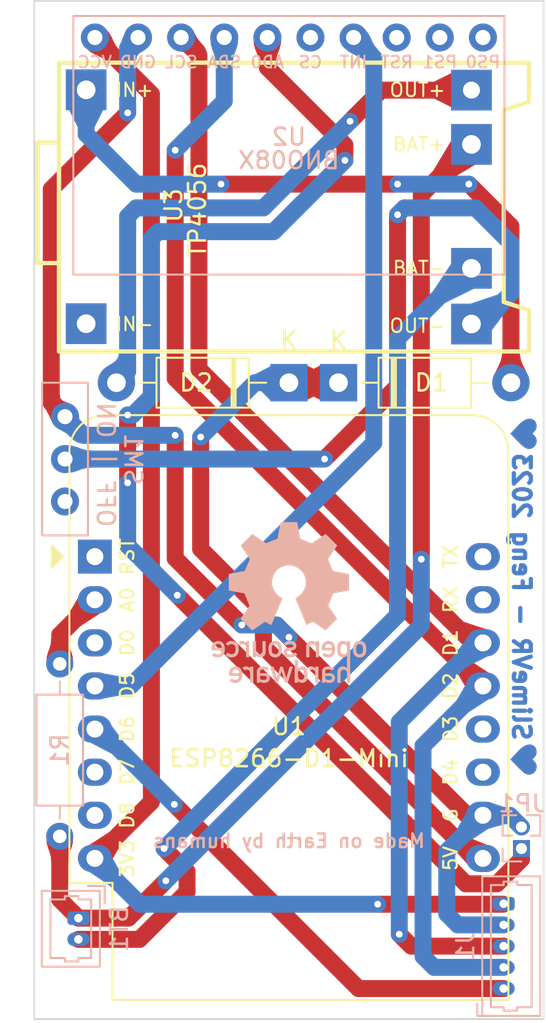
<source format=kicad_pcb>
(kicad_pcb (version 20221018) (generator pcbnew)
  (layers (0 "F.Cu" signal) (31 "B.Cu" signal) (34 "B.Paste" user) (35 "F.Paste" user) (36 "B.SilkS" user "B.Silkscreen") (37 "F.SilkS" user "F.Silkscreen") (38 "B.Mask" user) (39 "F.Mask" user) (44 "Edge.Cuts" user))
  (net 0 "")
  (net 1 "Net-(BT1-+)")
  (net 2 "Net-(BT1--)")
  (net 3 "Net-(D1-K)")
  (net 4 "Net-(D1-A)")
  (net 5 "Net-(D2-A)")
  (net 6 "Net-(J1-Pin_1)")
  (net 7 "Net-(J1-Pin_3)")
  (net 8 "Net-(J1-Pin_4)")
  (net 9 "Net-(J1-Pin_5)")
  (net 10 "Net-(JP1-A)")
  (net 11 "Net-(U1-A0)")
  (net 12 "Net-(SM1-P)")
  (net 16 "Net-(U1-D5)")
  (net 24 "GND")
  (footprint "SlimeVR:TP4056_MAO" (layer "F.Cu") (at 74.79 69.65 -90)
    (fp_text reference "U3")
    (fp_text value "TP4056")
  )
  (footprint "SlimeVR:WEMOS_D1_mini_light" (layer "F.Cu") (at 75 99.14)
    (fp_text reference "U1")
    (fp_text value "ESP8266-D1-Mini")
  )
  (footprint "Diode_THT:D_DO-41_SOD81_P10.16mm_Horizontal" (layer "F.Cu") (at 75 80 180)
    (fp_text reference "D2")
    (fp_text value "1N5817")
  )
  (footprint "Diode_THT:D_DO-41_SOD81_P10.16mm_Horizontal" (layer "F.Cu") (at 77.92 80)
    (fp_text reference "D1")
    (fp_text value "1N5817")
  )
  (footprint "SlimeVR:Molex_PicoBlade_53047-0510_1x05_P1.25mm_Vertical" (layer "B.Cu") (at 87.65 115.7 90)
    (fp_text reference "J1")
    (fp_text value "Auxiliary_Tracker_Connector")
  )
  (footprint "SlimeVR:MSK-12D19-1P2T" (layer "B.Cu") (at 61.81 84.5 90)
    (fp_text reference "SM1")
    (fp_text value "MSK-12D19-1P2T")
  )
  (footprint "Connector_PinHeader_1.27mm:PinHeader_1x02_P1.27mm_Vertical" (layer "B.Cu") (at 88.7 107.45)
    (fp_text reference "JP1")
    (fp_text value "Jumper_2_Open")
  )
  (footprint "Resistor_THT:R_Axial_DIN0207_L6.3mm_D2.5mm_P10.16mm_Horizontal" (layer "B.Cu") (at 61.5 96.57 -90)
    (fp_text reference "R1")
    (fp_text value "180k")
  )
  (footprint "SlimeVR:BNO08X" (layer "B.Cu") (at 75 66.01 180)
    (fp_text reference "U2")
    (fp_text value "BNO08X")
  )
  (footprint "Connector_Molex:Molex_PicoBlade_53047-0210_1x02_P1.25mm_Vertical" (layer "B.Cu") (at 62.6 111.55 -90)
    (fp_text reference "BT1")
    (fp_text value "Battery_Cell")
  )
  (gr_poly (pts (xy 89.59795 83.475299) (xy 89.594145 83.505842) (xy 89.588377 83.535894) (xy 89.580716 83.565373) (xy 89.571233 83.594195) (xy 89.56 83.622277) (xy 89.547087 83.649537) (xy 89.532567 83.675891) (xy 89.51651 83.701257) (xy 89.498988 83.725551) (xy 89.480072 83.748691) (xy 89.459833 83.770593) (xy 89.438343 83.791174) (xy 89.415672 83.810352) (xy 89.391893 83.828043) (xy 89.367076 83.844164) (xy 89.341293 83.858633) (xy 89.314615 83.871366) (xy 89.287113 83.882281) (xy 89.258858 83.891294) (xy 89.229922 83.898322) (xy 89.200377 83.903283) (xy 89.170292 83.906093) (xy 89.139741 83.906669) (xy 89.108793 83.904929) (xy 89.07752 83.900789) (xy 89.045994 83.894167) (xy 89.014285 83.884979) (xy 88.982465 83.873142) (xy 88.950606 83.858573) (xy 88.932252 83.848909) (xy 88.913497 83.838126) (xy 88.894374 83.826282) (xy 88.87491 83.813437) (xy 88.855137 83.799648) (xy 88.835085 83.784973) (xy 88.814783 83.76947) (xy 88.794262 83.753198) (xy 88.752682 83.718579) (xy 88.710585 83.681582) (xy 88.668212 83.64267) (xy 88.625804 83.602311) (xy 88.579478 83.556902) (xy 88.5337 83.510908) (xy 88.445048 83.419628) (xy 88.362372 83.333396) (xy 88.288195 83.257136) (xy 88.037026 83.00393) (xy 88.238427 82.794671) (xy 88.432174 82.584773) (xy 88.484398 82.529101) (xy 88.538166 82.473779) (xy 88.593494 82.419621) (xy 88.650397 82.36744) (xy 88.708888 82.31805) (xy 88.768984 82.272267) (xy 88.830699 82.230903) (xy 88.862169 82.212132) (xy 88.894048 82.194773) (xy 88.926341 82.178925) (xy 88.959047 82.16469) (xy 88.992169 82.152172) (xy 89.025709 82.14147) (xy 89.059669 82.132688) (xy 89.09405 82.125926) (xy 89.128855 82.121287) (xy 89.164085 82.118872) (xy 89.188633 82.118619) (xy 89.21261 82.119613) (xy 89.236 82.121817) (xy 89.25879 82.125199) (xy 89.280966 82.129723) (xy 89.302513 82.135356) (xy 89.323417 82.142063) (xy 89.343665 82.149811) (xy 89.363241 82.158565) (xy 89.382131 82.16829) (xy 89.400322 82.178953) (xy 89.417799 82.190519) (xy 89.434548 82.202953) (xy 89.450554 82.216223) (xy 89.465804 82.230293) (xy 89.480284 82.24513) (xy 89.493978 82.260698) (xy 89.506874 82.276964) (xy 89.518956 82.293894) (xy 89.530211 82.311453) (xy 89.540624 82.329607) (xy 89.550181 82.348321) (xy 89.558868 82.367563) (xy 89.566671 82.387297) (xy 89.573575 82.407488) (xy 89.579567 82.428104) (xy 89.584631 82.449109) (xy 89.588755 82.47047) (xy 89.591923 82.492152) (xy 89.594122 82.51412) (xy 89.595337 82.536342) (xy 89.595554 82.558781) (xy 89.594979 82.578559) (xy 89.593809 82.597639) (xy 89.592058 82.616053) (xy 89.589738 82.633835) (xy 89.586865 82.651014) (xy 89.583451 82.667624) (xy 89.57951 82.683696) (xy 89.575056 82.699261) (xy 89.564664 82.729002) (xy 89.552383 82.757099) (xy 89.538323 82.783809) (xy 89.522594 82.809387) (xy 89.505304 82.834085) (xy 89.486563 82.858161) (xy 89.46648 82.881867) (xy 89.445165 82.90546) (xy 89.399276 82.953322) (xy 89.34977 83.003784) (xy 89.436755 83.086733) (xy 89.456789 83.106884) (xy 89.47594 83.127189) (xy 89.494106 83.147843) (xy 89.511189 83.169041) (xy 89.527088 83.190978) (xy 89.541704 83.213847) (xy 89.548499 83.225693) (xy 89.554937 83.237844) (xy 89.561003 83.250327) (xy 89.566687 83.263164) (xy 89.571975 83.27638) (xy 89.576854 83.29) (xy 89.581313 83.304048) (xy 89.585339 83.318548) (xy 89.58892 83.333524) (xy 89.592043 83.349002) (xy 89.594695 83.365004) (xy 89.596864 83.381556) (xy 89.59938 83.413073) (xy 89.599718 83.444348)) (fill solid) (layer "B.Cu"))
  (gr_poly (pts (xy 89.59818 102.67) (xy 89.594375 102.700543) (xy 89.588607 102.730595) (xy 89.580946 102.760074) (xy 89.571463 102.788896) (xy 89.56023 102.816978) (xy 89.547317 102.844238) (xy 89.532797 102.870592) (xy 89.51674 102.895958) (xy 89.499218 102.920252) (xy 89.480302 102.943392) (xy 89.460063 102.965294) (xy 89.438573 102.985875) (xy 89.415902 103.005053) (xy 89.392123 103.022744) (xy 89.367306 103.038865) (xy 89.341523 103.053334) (xy 89.314845 103.066067) (xy 89.287343 103.076982) (xy 89.259088 103.085995) (xy 89.230152 103.093023) (xy 89.200607 103.097984) (xy 89.170522 103.100794) (xy 89.139971 103.10137) (xy 89.109023 103.09963) (xy 89.07775 103.09549) (xy 89.046224 103.088868) (xy 89.014515 103.07968) (xy 88.982695 103.067843) (xy 88.950836 103.053274) (xy 88.932482 103.04361) (xy 88.913727 103.032827) (xy 88.894604 103.020983) (xy 88.87514 103.008138) (xy 88.855367 102.994349) (xy 88.835315 102.979674) (xy 88.815013 102.964171) (xy 88.794492 102.947899) (xy 88.752912 102.91328) (xy 88.710815 102.876283) (xy 88.668442 102.837371) (xy 88.626034 102.797012) (xy 88.579708 102.751603) (xy 88.53393 102.705609) (xy 88.445278 102.614329) (xy 88.362602 102.528097) (xy 88.288425 102.451837) (xy 88.037256 102.198631) (xy 88.238657 101.989372) (xy 88.432404 101.779474) (xy 88.484628 101.723802) (xy 88.538396 101.66848) (xy 88.593724 101.614322) (xy 88.650627 101.562141) (xy 88.709118 101.512751) (xy 88.769214 101.466968) (xy 88.830929 101.425604) (xy 88.862399 101.406833) (xy 88.894278 101.389474) (xy 88.926571 101.373626) (xy 88.959277 101.359391) (xy 88.992399 101.346873) (xy 89.025939 101.336171) (xy 89.059899 101.327389) (xy 89.09428 101.320627) (xy 89.129085 101.315988) (xy 89.164315 101.313573) (xy 89.188863 101.31332) (xy 89.21284 101.314314) (xy 89.23623 101.316518) (xy 89.25902 101.3199) (xy 89.281196 101.324424) (xy 89.302743 101.330057) (xy 89.323647 101.336764) (xy 89.343895 101.344512) (xy 89.363471 101.353266) (xy 89.382361 101.362991) (xy 89.400552 101.373654) (xy 89.418029 101.38522) (xy 89.434778 101.397654) (xy 89.450784 101.410924) (xy 89.466034 101.424994) (xy 89.480514 101.439831) (xy 89.494208 101.455399) (xy 89.507104 101.471665) (xy 89.519186 101.488595) (xy 89.530441 101.506154) (xy 89.540854 101.524308) (xy 89.550411 101.543022) (xy 89.559098 101.562264) (xy 89.566901 101.581998) (xy 89.573805 101.602189) (xy 89.579797 101.622805) (xy 89.584861 101.64381) (xy 89.588985 101.665171) (xy 89.592153 101.686853) (xy 89.594352 101.708821) (xy 89.595567 101.731043) (xy 89.595784 101.753482) (xy 89.595209 101.77326) (xy 89.594039 101.79234) (xy 89.592288 101.810754) (xy 89.589968 101.828536) (xy 89.587095 101.845715) (xy 89.583681 101.862325) (xy 89.57974 101.878397) (xy 89.575286 101.893962) (xy 89.564894 101.923703) (xy 89.552613 101.9518) (xy 89.538553 101.97851) (xy 89.522824 102.004088) (xy 89.505534 102.028786) (xy 89.486793 102.052862) (xy 89.46671 102.076568) (xy 89.445395 102.100161) (xy 89.399506 102.148023) (xy 89.35 102.198485) (xy 89.436985 102.281434) (xy 89.457019 102.301585) (xy 89.47617 102.32189) (xy 89.494336 102.342544) (xy 89.511419 102.363742) (xy 89.527318 102.385679) (xy 89.541934 102.408548) (xy 89.548729 102.420394) (xy 89.555167 102.432545) (xy 89.561233 102.445028) (xy 89.566917 102.457865) (xy 89.572205 102.471081) (xy 89.577084 102.484701) (xy 89.581543 102.498749) (xy 89.585569 102.513249) (xy 89.58915 102.528225) (xy 89.592273 102.543703) (xy 89.594925 102.559705) (xy 89.597094 102.576257) (xy 89.59961 102.607774) (xy 89.599948 102.639049)) (fill solid) (layer "B.Cu"))
  (gr_poly (pts (xy 73.464342 96.718831) (xy 73.423144 96.721731) (xy 73.383915 96.7267) (xy 73.365079 96.729996) (xy 73.346784 96.733852) (xy 73.329046 96.738282) (xy 73.311881 96.7433) (xy 73.295305 96.748919) (xy 73.279334 96.755155) (xy 73.263985 96.76202) (xy 73.249273 96.769529) (xy 73.235216 96.777697) (xy 73.221828 96.786536) (xy 73.209127 96.796062) (xy 73.197127 96.806288) (xy 73.185847 96.817228) (xy 73.175301 96.828896) (xy 73.165506 96.841307) (xy 73.156477 96.854474) (xy 73.148232 96.868412) (xy 73.140786 96.883134) (xy 73.134156 96.898655) (xy 73.128357 96.914988) (xy 73.123406 96.932148) (xy 73.119319 96.950149) (xy 73.116112 96.969004) (xy 73.113801 96.988728) (xy 73.112403 97.009335) (xy 73.111933 97.030839) (xy 73.111933 97.67928) (xy 73.303174 97.67928) (xy 73.303174 97.594931) (xy 73.306878 97.594931) (xy 73.314577 97.606827) (xy 73.322948 97.617894) (xy 73.332044 97.628141) (xy 73.34192 97.637576) (xy 73.352631 97.646208) (xy 73.364232 97.654045) (xy 73.376777 97.661095) (xy 73.390321 97.667368) (xy 73.404919 97.67287) (xy 73.420625 97.677612) (xy 73.437494 97.681601) (xy 73.45558 97.684846) (xy 73.474938 97.687355) (xy 73.495624 97.689136) (xy 73.51769 97.690199) (xy 73.541193 97.690551) (xy 73.560788 97.690186) (xy 73.57986 97.689101) (xy 73.598403 97.687311) (xy 73.616411 97.684834) (xy 73.633877 97.681683) (xy 73.650794 97.677876) (xy 73.667155 97.673427) (xy 73.682956 97.668354) (xy 73.698188 97.662671) (xy 73.712845 97.656394) (xy 73.726921 97.649539) (xy 73.740409 97.642122) (xy 73.753303 97.634159) (xy 73.765596 97.625665) (xy 73.777282 97.616656) (xy 73.788354 97.607148) (xy 73.798806 97.597157) (xy 73.80863 97.586699) (xy 73.817821 97.575789) (xy 73.826372 97.564443) (xy 73.834277 97.552677) (xy 73.841528 97.540507) (xy 73.84812 97.527948) (xy 73.854045 97.515016) (xy 73.859298 97.501728) (xy 73.863872 97.488098) (xy 73.86776 97.474143) (xy 73.870956 97.459878) (xy 73.873453 97.44532) (xy 73.875244 97.430483) (xy 73.876324 97.415385) (xy 73.876685 97.400039) (xy 73.876482 97.390672) (xy 73.696663 97.390672) (xy 73.696063 97.402509) (xy 73.694234 97.414101) (xy 73.691137 97.425377) (xy 73.68673 97.436264) (xy 73.684023 97.441539) (xy 73.680972 97.446691) (xy 73.677574 97.45171) (xy 73.673822 97.456587) (xy 73.669713 97.461314) (xy 73.66524 97.46588) (xy 73.660398 97.470278) (xy 73.655183 97.474499) (xy 73.649589 97.478533) (xy 73.643611 97.482371) (xy 73.637244 97.486006) (xy 73.630483 97.489426) (xy 73.623323 97.492625) (xy 73.615759 97.495592) (xy 73.607785 97.49832) (xy 73.599396 97.500798) (xy 73.581355 97.504971) (xy 73.561593 97.50804) (xy 73.540071 97.509934) (xy 73.516746 97.510582) (xy 73.488099 97.510356) (xy 73.461836 97.509569) (xy 73.437885 97.508052) (xy 73.416171 97.505638) (xy 73.40613 97.504042) (xy 73.39662 97.502158) (xy 73.387633 97.499967) (xy 73.379158 97.497446) (xy 73.371187 97.494576) (xy 73.363711 97.491334) (xy 73.356719 97.4877) (xy 73.350204 97.483653) (xy 73.344155 97.479173) (xy 73.338564 97.474237) (xy 73.33342 97.468826) (xy 73.328716 97.462917) (xy 73.324441 97.456491) (xy 73.320587 97.449527) (xy 73.317143 97.442002) (xy 73.314101 97.433897) (xy 73.311452 97.425191) (xy 73.309186 97.415861) (xy 73.307295 97.405889) (xy 73.305767 97.395252) (xy 73.304596 97.383929) (xy 73.30377 97.3719) (xy 73.303282 97.359144) (xy 73.303121 97.345639) (xy 73.303122 97.345639) (xy 73.303122 97.276266) (xy 73.531722 97.276266) (xy 73.542088 97.276397) (xy 73.552105 97.276789) (xy 73.561773 97.277436) (xy 73.571094 97.278337) (xy 73.580069 97.279485) (xy 73.5887 97.280879) (xy 73.596987 97.282514) (xy 73.604933 97.284386) (xy 73.612538 97.286492) (xy 73.619804 97.288828) (xy 73.626733 97.291389) (xy 73.633326 97.294173) (xy 73.639583 97.297175) (xy 73.645507 97.300392) (xy 73.651099 97.303819) (xy 73.65636 97.307454) (xy 73.661292 97.311291) (xy 73.665895 97.315329) (xy 73.670172 97.319562) (xy 73.674124 97.323987) (xy 73.677751 97.328599) (xy 73.681056 97.333397) (xy 73.68404 97.338374) (xy 73.686704 97.343529) (xy 73.689049 97.348856) (xy 73.691077 97.354353) (xy 73.69279 97.360015) (xy 73.694188 97.365838) (xy 73.695273 97.371819) (xy 73.696046 97.377955) (xy 73.696509 97.38424) (xy 73.696663 97.390672) (xy 73.876482 97.390672) (xy 73.876378 97.38588) (xy 73.875456 97.371872) (xy 73.873921 97.358034) (xy 73.871773 97.344385) (xy 73.869014 97.330947) (xy 73.865646 97.317737) (xy 73.861668 97.304776) (xy 73.857082 97.292084) (xy 73.85189 97.279679) (xy 73.846091 97.267582) (xy 73.839688 97.255812) (xy 73.832681 97.244389) (xy 73.825072 97.233332) (xy 73.816861 97.22266) (xy 73.80805 97.212395) (xy 73.79864 97.202554) (xy 73.788631 97.193158) (xy 73.778025 97.184226) (xy 73.766823 97.175777) (xy 73.755026 97.167833) (xy 73.742635 97.160411) (xy 73.729651 97.153532) (xy 73.716075 97.147215) (xy 73.701909 97.141479) (xy 73.687153 97.136346) (xy 73.671808 97.131833) (xy 73.655876 97.12796) (xy 73.639357 97.124748) (xy 73.622254 97.122216) (xy 73.604565 97.120382) (xy 73.586294 97.119268) (xy 73.56744 97.118892) (xy 73.303174 97.118892) (xy 73.303174 97.019568) (xy 73.30386 97.003384) (xy 73.304723 96.995789) (xy 73.305938 96.988519) (xy 73.307508 96.98157) (xy 73.309438 96.974937) (xy 73.311731 96.968614) (xy 73.314391 96.962598) (xy 73.317421 96.956883) (xy 73.320826 96.951465) (xy 73.324609 96.946339) (xy 73.328774 96.9415) (xy 73.333325 96.936943) (xy 73.338266 96.932664) (xy 73.3436 96.928658) (xy 73.349331 96.92492) (xy 73.355463 96.921446) (xy 73.361999 96.91823) (xy 73.376301 96.912555) (xy 73.392268 96.907858) (xy 73.409928 96.9041) (xy 73.429314 96.901243) (xy 73.450454 96.89925) (xy 73.473379 96.898082) (xy 73.498119 96.897701) (xy 73.516136 96.897926) (xy 73.53298 96.898616) (xy 73.548707 96.899798) (xy 73.563377 96.901494) (xy 73.570333 96.902542) (xy 73.577046 96.903729) (xy 73.583524 96.905056) (xy 73.589773 96.906527) (xy 73.595801 96.908146) (xy 73.601615 96.909914) (xy 73.607223 96.911836) (xy 73.612631 96.913913) (xy 73.617847 96.91615) (xy 73.622877 96.918549) (xy 73.62773 96.921114) (xy 73.632413 96.923847) (xy 73.636932 96.926751) (xy 73.641295 96.92983) (xy 73.645509 96.933086) (xy 73.649582 96.936523) (xy 73.65352 96.940143) (xy 73.657331 96.943951) (xy 73.661022 96.947948) (xy 73.6646 96.952137) (xy 73.668073 96.956523) (xy 73.671447 96.961107) (xy 73.67473 96.965894) (xy 73.67793 96.970885) (xy 73.827896 96.856585) (xy 73.813818 96.838336) (xy 73.798983 96.821546) (xy 73.783383 96.806175) (xy 73.76701 96.792185) (xy 73.749857 96.779537) (xy 73.731915 96.768192) (xy 73.713176 96.758111) (xy 73.693633 96.749256) (xy 73.673278 96.741588) (xy 73.652102 96.735068) (xy 73.630098 96.729658) (xy 73.607258 96.725318) (xy 73.583575 96.72201) (xy 73.559039 96.719695) (xy 73.533643 96.718335) (xy 73.50738 96.71789)) (fill solid) (layer "B.SilkS"))
  (gr_poly (pts (xy 77.305501 96.718831) (xy 77.264297 96.721731) (xy 77.225063 96.7267) (xy 77.206226 96.729996) (xy 77.18793 96.733852) (xy 77.170191 96.738282) (xy 77.153025 96.7433) (xy 77.136449 96.748919) (xy 77.120478 96.755155) (xy 77.10513 96.76202) (xy 77.090419 96.769529) (xy 77.076362 96.777697) (xy 77.062976 96.786536) (xy 77.050276 96.796062) (xy 77.038278 96.806288) (xy 77.026999 96.817228) (xy 77.016454 96.828896) (xy 77.006661 96.841307) (xy 76.997634 96.854474) (xy 76.989391 96.868412) (xy 76.981946 96.883134) (xy 76.975318 96.898655) (xy 76.96952 96.914988) (xy 76.96457 96.932148) (xy 76.960485 96.950149) (xy 76.957278 96.969004) (xy 76.954968 96.988728) (xy 76.953571 97.009335) (xy 76.953101 97.030839) (xy 76.953101 97.67928) (xy 77.144289 97.67928) (xy 77.144289 97.594931) (xy 77.148046 97.594931) (xy 77.155735 97.606827) (xy 77.164096 97.617894) (xy 77.173182 97.628141) (xy 77.183049 97.637576) (xy 77.193752 97.646208) (xy 77.205346 97.654045) (xy 77.217884 97.661095) (xy 77.231423 97.667368) (xy 77.246016 97.67287) (xy 77.261719 97.677612) (xy 77.278586 97.681601) (xy 77.296673 97.684846) (xy 77.316034 97.687355) (xy 77.336723 97.689136) (xy 77.358796 97.690199) (xy 77.382308 97.690551) (xy 77.401902 97.690186) (xy 77.420974 97.689101) (xy 77.439517 97.687311) (xy 77.457523 97.684834) (xy 77.474988 97.681683) (xy 77.491903 97.677876) (xy 77.508263 97.673427) (xy 77.524062 97.668354) (xy 77.539292 97.662671) (xy 77.553947 97.656394) (xy 77.568021 97.649539) (xy 77.581507 97.642122) (xy 77.594399 97.634159) (xy 77.606689 97.625665) (xy 77.618373 97.616656) (xy 77.629442 97.607148) (xy 77.639891 97.597157) (xy 77.649713 97.586699) (xy 77.658902 97.575789) (xy 77.66745 97.564443) (xy 77.675352 97.552677) (xy 77.682602 97.540507) (xy 77.689191 97.527948) (xy 77.695115 97.515016) (xy 77.700366 97.501728) (xy 77.704938 97.488098) (xy 77.708825 97.474143) (xy 77.712019 97.459878) (xy 77.714515 97.44532) (xy 77.716306 97.430483) (xy 77.717385 97.415385) (xy 77.717747 97.400039) (xy 77.717543 97.390672) (xy 77.537883 97.390672) (xy 77.537283 97.402509) (xy 77.535454 97.414101) (xy 77.532357 97.425377) (xy 77.527949 97.436264) (xy 77.525242 97.441539) (xy 77.522191 97.446691) (xy 77.518792 97.45171) (xy 77.51504 97.456587) (xy 77.510929 97.461314) (xy 77.506455 97.46588) (xy 77.501613 97.470278) (xy 77.496396 97.474499) (xy 77.490801 97.478533) (xy 77.484822 97.482371) (xy 77.478453 97.486006) (xy 77.471691 97.489426) (xy 77.464528 97.492625) (xy 77.456962 97.495592) (xy 77.448985 97.49832) (xy 77.440594 97.500798) (xy 77.422546 97.504971) (xy 77.402778 97.50804) (xy 77.381247 97.509934) (xy 77.357913 97.510582) (xy 77.329266 97.510356) (xy 77.303004 97.509569) (xy 77.279053 97.508052) (xy 77.257339 97.505638) (xy 77.247297 97.504042) (xy 77.237788 97.502158) (xy 77.2288 97.499967) (xy 77.220326 97.497446) (xy 77.212355 97.494576) (xy 77.204878 97.491334) (xy 77.197887 97.4877) (xy 77.191371 97.483653) (xy 77.185323 97.479173) (xy 77.179731 97.474237) (xy 77.174588 97.468826) (xy 77.169884 97.462917) (xy 77.165609 97.456491) (xy 77.161754 97.449527) (xy 77.158311 97.442002) (xy 77.155269 97.433897) (xy 77.15262 97.425191) (xy 77.150354 97.415861) (xy 77.148462 97.405889) (xy 77.146935 97.395252) (xy 77.145763 97.383929) (xy 77.144938 97.3719) (xy 77.14445 97.359144) (xy 77.144289 97.345639) (xy 77.144289 97.276266) (xy 77.372889 97.276266) (xy 77.38326 97.276397) (xy 77.393281 97.276789) (xy 77.402954 97.277436) (xy 77.412279 97.278337) (xy 77.421257 97.279485) (xy 77.429891 97.280879) (xy 77.438182 97.282514) (xy 77.44613 97.284386) (xy 77.453739 97.286492) (xy 77.461007 97.288828) (xy 77.467938 97.291389) (xy 77.474533 97.294173) (xy 77.480792 97.297175) (xy 77.486718 97.300392) (xy 77.492311 97.303819) (xy 77.497574 97.307454) (xy 77.502506 97.311291) (xy 77.507111 97.315329) (xy 77.511389 97.319562) (xy 77.515341 97.323987) (xy 77.518969 97.328599) (xy 77.522275 97.333397) (xy 77.525259 97.338374) (xy 77.527923 97.343529) (xy 77.530269 97.348856) (xy 77.532297 97.354353) (xy 77.53401 97.360015) (xy 77.535408 97.365838) (xy 77.536493 97.371819) (xy 77.537266 97.377955) (xy 77.537729 97.38424) (xy 77.537883 97.390672) (xy 77.717543 97.390672) (xy 77.717439 97.38588) (xy 77.716518 97.371872) (xy 77.714984 97.358034) (xy 77.712839 97.344385) (xy 77.710083 97.330947) (xy 77.706716 97.317737) (xy 77.702742 97.304776) (xy 77.698159 97.292084) (xy 77.69297 97.279679) (xy 77.687176 97.267582) (xy 77.680776 97.255812) (xy 77.673774 97.244389) (xy 77.666168 97.233332) (xy 77.657961 97.22266) (xy 77.649154 97.212395) (xy 77.639748 97.202554) (xy 77.629742 97.193158) (xy 77.61914 97.184226) (xy 77.607941 97.175777) (xy 77.596147 97.167833) (xy 77.583758 97.160411) (xy 77.570777 97.153532) (xy 77.557203 97.147215) (xy 77.543037 97.141479) (xy 77.528282 97.136346) (xy 77.512937 97.131833) (xy 77.497005 97.12796) (xy 77.480485 97.124748) (xy 77.463379 97.122216) (xy 77.445688 97.120382) (xy 77.427413 97.119268) (xy 77.408555 97.118892) (xy 77.144289 97.118892) (xy 77.144289 97.019568) (xy 77.144975 97.003384) (xy 77.145838 96.995789) (xy 77.147053 96.988519) (xy 77.148623 96.98157) (xy 77.150552 96.974937) (xy 77.152845 96.968614) (xy 77.155505 96.962598) (xy 77.158535 96.956883) (xy 77.161939 96.951465) (xy 77.165722 96.946339) (xy 77.169886 96.9415) (xy 77.174436 96.936943) (xy 77.179376 96.932664) (xy 77.184709 96.928658) (xy 77.190439 96.92492) (xy 77.196569 96.921446) (xy 77.203104 96.91823) (xy 77.217403 96.912555) (xy 77.233365 96.907858) (xy 77.251021 96.9041) (xy 77.2704 96.901243) (xy 77.291533 96.89925) (xy 77.31445 96.898082) (xy 77.339181 96.897701) (xy 77.357199 96.897926) (xy 77.374046 96.898616) (xy 77.389779 96.899798) (xy 77.404455 96.901494) (xy 77.411415 96.902542) (xy 77.418133 96.903729) (xy 77.424615 96.905056) (xy 77.430868 96.906527) (xy 77.436901 96.908146) (xy 77.44272 96.909914) (xy 77.448333 96.911836) (xy 77.453746 96.913913) (xy 77.458966 96.91615) (xy 77.464002 96.918549) (xy 77.46886 96.921114) (xy 77.473547 96.923847) (xy 77.478071 96.926751) (xy 77.482438 96.92983) (xy 77.486656 96.933086) (xy 77.490733 96.936523) (xy 77.494674 96.940143) (xy 77.498488 96.943951) (xy 77.502182 96.947948) (xy 77.505763 96.952137) (xy 77.509238 96.956523) (xy 77.512613 96.961107) (xy 77.515898 96.965894) (xy 77.519098 96.970885) (xy 77.66901 96.856585) (xy 77.654934 96.838336) (xy 77.640102 96.821546) (xy 77.624507 96.806175) (xy 77.608141 96.792185) (xy 77.590994 96.779537) (xy 77.57306 96.768192) (xy 77.554329 96.758111) (xy 77.534794 96.749256) (xy 77.514446 96.741588) (xy 77.493276 96.735068) (xy 77.471277 96.729658) (xy 77.44844 96.725318) (xy 77.424757 96.72201) (xy 77.400219 96.719695) (xy 77.374819 96.718335) (xy 77.348547 96.71789)) (fill solid) (layer "B.SilkS"))
  (gr_poly (pts (xy 70.81498 95.21752) (xy 70.795592 95.218873) (xy 70.776424 95.221113) (xy 70.757503 95.224229) (xy 70.738859 95.228208) (xy 70.720519 95.233038) (xy 70.702511 95.238707) (xy 70.684864 95.245204) (xy 70.667605 95.252516) (xy 70.650764 95.260632) (xy 70.634368 95.269539) (xy 70.618445 95.279226) (xy 70.603024 95.289679) (xy 70.588133 95.300889) (xy 70.5738 95.312842) (xy 70.560053 95.325526) (xy 70.546921 95.33893) (xy 70.534432 95.353041) (xy 70.522613 95.367848) (xy 70.511494 95.383338) (xy 70.501102 95.3995) (xy 70.491466 95.416321) (xy 70.482613 95.43379) (xy 70.474573 95.451895) (xy 70.467373 95.470623) (xy 70.461041 95.489963) (xy 70.455606 95.509903) (xy 70.451096 95.53043) (xy 70.447539 95.551533) (xy 70.444963 95.573199) (xy 70.443397 95.595417) (xy 70.442869 95.618175) (xy 70.442869 95.775602) (xy 71.03506 95.775602) (xy 71.034782 95.789961) (xy 71.033955 95.803871) (xy 71.03259 95.817329) (xy 71.030699 95.830337) (xy 71.028292 95.842892) (xy 71.02538 95.854996) (xy 71.021974 95.866647) (xy 71.018085 95.877846) (xy 71.013724 95.888592) (xy 71.008902 95.898884) (xy 71.003629 95.908723) (xy 70.997918 95.918108) (xy 70.991778 95.927038) (xy 70.98522 95.935514) (xy 70.978257 95.943534) (xy 70.970898 95.951099) (xy 70.963154 95.958208) (xy 70.955037 95.964862) (xy 70.946558 95.971058) (xy 70.937727 95.976798) (xy 70.928555 95.982081) (xy 70.919053 95.986906) (xy 70.909233 95.991273) (xy 70.899105 95.995182) (xy 70.888679 95.998633) (xy 70.877968 96.001624) (xy 70.866982 96.004156) (xy 70.855732 96.006229) (xy 70.844229 96.007842) (xy 70.832484 96.008994) (xy 70.820508 96.009686) (xy 70.808311 96.009916) (xy 70.794551 96.009523) (xy 70.780701 96.008352) (xy 70.766803 96.006418) (xy 70.752898 96.003733) (xy 70.739026 96.000313) (xy 70.725228 95.99617) (xy 70.711546 95.991319) (xy 70.69802 95.985773) (xy 70.684691 95.979547) (xy 70.671601 95.972653) (xy 70.658789 95.965106) (xy 70.646297 95.956919) (xy 70.634167 95.948107) (xy 70.622438 95.938682) (xy 70.611151 95.92866) (xy 70.600349 95.918053) (xy 70.461654 96.036058) (xy 70.479532 96.055695) (xy 70.498038 96.073867) (xy 70.51714 96.0906) (xy 70.536805 96.105922) (xy 70.556999 96.119861) (xy 70.577689 96.132444) (xy 70.598842 96.143698) (xy 70.620424 96.153651) (xy 70.642402 96.162331) (xy 70.664744 96.169764) (xy 70.687415 96.175978) (xy 70.710383 96.181001) (xy 70.733614 96.18486) (xy 70.757075 96.187582) (xy 70.780733 96.189196) (xy 70.804554 96.189727) (xy 70.841416 96.188579) (xy 70.878644 96.184937) (xy 70.915861 96.178505) (xy 70.952686 96.168987) (xy 70.988742 96.156086) (xy 71.006363 96.148274) (xy 71.02365 96.139506) (xy 71.040554 96.129745) (xy 71.05703 96.118952) (xy 71.073029 96.107092) (xy 71.088505 96.094127) (xy 71.103409 96.08002) (xy 71.117695 96.064735) (xy 71.131315 96.048233) (xy 71.144222 96.030479) (xy 71.156369 96.011435) (xy 71.167707 95.991064) (xy 71.178191 95.969329) (xy 71.187772 95.946193) (xy 71.196403 95.921619) (xy 71.204036 95.89557) (xy 71.210626 95.868009) (xy 71.216123 95.838899) (xy 71.220481 95.808203) (xy 71.223653 95.775884) (xy 71.225591 95.741905) (xy 71.226247 95.706228) (xy 71.225645 95.672347) (xy 71.223867 95.639901) (xy 71.221834 95.618228) (xy 71.03506 95.618228) (xy 70.634057 95.618228) (xy 70.634811 95.604889) (xy 70.636007 95.591947) (xy 70.637634 95.579404) (xy 70.639686 95.567263) (xy 70.642153 95.555525) (xy 70.645027 95.544191) (xy 70.648299 95.533264) (xy 70.651961 95.522745) (xy 70.656005 95.512635) (xy 70.660421 95.502937) (xy 70.665201 95.493652) (xy 70.670336 95.484781) (xy 70.675819 95.476327) (xy 70.68164 95.468291) (xy 70.687791 95.460674) (xy 70.694264 95.453479) (xy 70.701049 95.446707) (xy 70.708139 95.44036) (xy 70.715524 95.434439) (xy 70.723196 95.428947) (xy 70.731148 95.423884) (xy 70.739369 95.419252) (xy 70.747852 95.415054) (xy 70.756588 95.411291) (xy 70.765568 95.407964) (xy 70.774785 95.405075) (xy 70.784229 95.402626) (xy 70.793891 95.400618) (xy 70.803764 95.399054) (xy 70.813839 95.397935) (xy 70.824107 95.397262) (xy 70.834559 95.397037) (xy 70.845017 95.397262) (xy 70.855301 95.397935) (xy 70.865401 95.399054) (xy 70.875307 95.400618) (xy 70.88501 95.402626) (xy 70.894501 95.405075) (xy 70.903769 95.407964) (xy 70.912805 95.411291) (xy 70.9216 95.415054) (xy 70.930143 95.419252) (xy 70.938426 95.423884) (xy 70.946438 95.428947) (xy 70.954169 95.434439) (xy 70.961612 95.44036) (xy 70.968754 95.446707) (xy 70.975588 95.453479) (xy 70.982104 95.460674) (xy 70.988291 95.46829) (xy 70.99414 95.476327) (xy 70.999642 95.484781) (xy 71.004786 95.493651) (xy 71.009565 95.502937) (xy 71.013966 95.512635) (xy 71.017982 95.522744) (xy 71.021602 95.533264) (xy 71.024817 95.544191) (xy 71.027618 95.555524) (xy 71.029994 95.567263) (xy 71.031935 95.579404) (xy 71.033434 95.591946) (xy 71.034478 95.604888) (xy 71.03506 95.618228) (xy 71.221834 95.618228) (xy 71.220956 95.608868) (xy 71.216954 95.579224) (xy 71.211904 95.550945) (xy 71.205849 95.524008) (xy 71.19883 95.498388) (xy 71.19089 95.474063) (xy 71.182071 95.451009) (xy 71.172417 95.429201) (xy 71.16197 95.408617) (xy 71.150772 95.389232) (xy 71.138865 95.371023) (xy 71.126293 95.353967) (xy 71.113097 95.33804) (xy 71.09932 95.323218) (xy 71.085005 95.309477) (xy 71.070194 95.296794) (xy 71.054929 95.285145) (xy 71.039254 95.274507) (xy 71.02321 95.264856) (xy 71.00684 95.256168) (xy 70.990186 95.248419) (xy 70.973292 95.241587) (xy 70.956199 95.235647) (xy 70.93895 95.230576) (xy 70.921587 95.226349) (xy 70.904154 95.222944) (xy 70.869243 95.218504) (xy 70.834558 95.217067)) (fill solid) (layer "B.SilkS"))
  (gr_poly (pts (xy 74.852838 97.394429) (xy 74.849081 97.394429) (xy 74.633605 96.729161) (xy 74.49491 96.729161) (xy 74.279434 97.394429) (xy 74.275571 97.394429) (xy 74.093908 96.729161) (xy 73.891449 96.729161) (xy 74.194979 97.67928) (xy 74.36373 97.67928) (xy 74.562379 97.013958) (xy 74.566136 97.013958) (xy 74.764785 97.67928) (xy 74.933431 97.67928) (xy 75.237014 96.729161) (xy 75.03466 96.729161)) (fill solid) (layer "B.SilkS"))
  (gr_poly (pts (xy 76.286587 96.718216) (xy 76.272622 96.719185) (xy 76.258945 96.720779) (xy 76.245545 96.722983) (xy 76.232409 96.725779) (xy 76.219528 96.729152) (xy 76.206889 96.733085) (xy 76.194481 96.737561) (xy 76.182293 96.742565) (xy 76.170315 96.748079) (xy 76.158534 96.754087) (xy 76.14694 96.760574) (xy 76.13552 96.767521) (xy 76.124265 96.774914) (xy 76.113162 96.782735) (xy 76.102201 96.790968) (xy 76.240842 96.955909) (xy 76.24913 96.94981) (xy 76.257153 96.944184) (xy 76.264957 96.939022) (xy 76.272585 96.93431) (xy 76.280081 96.93004) (xy 76.28749 96.926199) (xy 76.294855 96.922776) (xy 76.302219 96.919761) (xy 76.309628 96.917142) (xy 76.317125 96.914908) (xy 76.324753 96.913048) (xy 76.332558 96.911551) (xy 76.340582 96.910406) (xy 76.34887 96.909602) (xy 76.357466 96.909128) (xy 76.366414 96.908973) (xy 76.383942 96.909681) (xy 76.401295 96.911824) (xy 76.41834 96.915429) (xy 76.434947 96.920522) (xy 76.443044 96.923636) (xy 76.450983 96.927132) (xy 76.458745 96.931014) (xy 76.466316 96.935284) (xy 76.473678 96.939948) (xy 76.480814 96.945007) (xy 76.487709 96.950465) (xy 76.494346 96.956326) (xy 76.500709 96.962593) (xy 76.506781 96.96927) (xy 76.512544 96.976359) (xy 76.517984 96.983864) (xy 76.523084 96.991789) (xy 76.527826 97.000137) (xy 76.532195 97.008911) (xy 76.536175 97.018115) (xy 76.539747 97.027752) (xy 76.542897 97.037826) (xy 76.545608 97.048339) (xy 76.547862 97.059296) (xy 76.549645 97.070699) (xy 76.550938 97.082552) (xy 76.551726 97.094858) (xy 76.551993 97.107621) (xy 76.551993 97.67928) (xy 76.743128 97.67928) (xy 76.743128 96.729161) (xy 76.551993 96.729161) (xy 76.551993 96.830338) (xy 76.548236 96.830338) (xy 76.536689 96.816727) (xy 76.524542 96.803993) (xy 76.511812 96.792136) (xy 76.498516 96.781157) (xy 76.48467 96.771055) (xy 76.470292 96.76183) (xy 76.455396 96.753484) (xy 76.440001 96.746015) (xy 76.424123 96.739425) (xy 76.407779 96.733712) (xy 76.390984 96.728878) (xy 76.373757 96.724923) (xy 76.356113 96.721846) (xy 76.33807 96.719648) (xy 76.319643 96.718329) (xy 76.30085 96.71789)) (fill solid) (layer "B.SilkS"))
  (gr_poly (pts (xy 75.339301 97.67928) (xy 75.530436 97.67928) (xy 75.530436 97.579955) (xy 75.542003 97.591993) (xy 75.554202 97.603516) (xy 75.567006 97.614488) (xy 75.580387 97.624873) (xy 75.594318 97.634634) (xy 75.608771 97.643737) (xy 75.623719 97.652144) (xy 75.639134 97.659819) (xy 75.654988 97.666727) (xy 75.671255 97.672831) (xy 75.687906 97.678095) (xy 75.704915 97.682482) (xy 75.722253 97.685958) (xy 75.739893 97.688485) (xy 75.757808 97.690028) (xy 75.77597 97.690551) (xy 75.78677 97.690398) (xy 75.797385 97.689944) (xy 75.807813 97.689194) (xy 75.818055 97.688156) (xy 75.828111 97.686835) (xy 75.837982 97.685237) (xy 75.847669 97.683368) (xy 75.857171 97.681236) (xy 75.866489 97.678845) (xy 75.875623 97.676202) (xy 75.884574 97.673313) (xy 75.893342 97.670185) (xy 75.901927 97.666824) (xy 75.91033 97.663235) (xy 75.92659 97.655401) (xy 75.942126 97.646732) (xy 75.956939 97.637277) (xy 75.971033 97.627087) (xy 75.984411 97.616211) (xy 75.997075 97.604698) (xy 76.009029 97.592597) (xy 76.020275 97.579959) (xy 76.030817 97.566832) (xy 76.040225 97.554204) (xy 76.048787 97.541448) (xy 76.056536 97.528304) (xy 76.063504 97.514509) (xy 76.069725 97.499804) (xy 76.075232 97.483928) (xy 76.080058 97.466619) (xy 76.084236 97.447617) (xy 76.087798 97.426661) (xy 76.090779 97.40349) (xy 76.09321 97.377844) (xy 76.095125 97.349461) (xy 76.097539 97.283442) (xy 76.098285 97.203347) (xy 75.90715 97.203347) (xy 75.907001 97.231063) (xy 75.906396 97.258561) (xy 75.9051 97.285626) (xy 75.902876 97.31204) (xy 75.899487 97.337587) (xy 75.897283 97.349968) (xy 75.894699 97.362051) (xy 75.891706 97.373808) (xy 75.888274 97.385213) (xy 75.884375 97.396239) (xy 75.879978 97.406858) (xy 75.875053 97.417043) (xy 75.869572 97.426768) (xy 75.863505 97.436005) (xy 75.856823 97.444727) (xy 75.849495 97.452907) (xy 75.841492 97.460518) (xy 75.832785 97.467532) (xy 75.823345 97.473924) (xy 75.813141 97.479665) (xy 75.802145 97.484728) (xy 75.790327 97.489087) (xy 75.777656 97.492714) (xy 75.764105 97.495582) (xy 75.749642 97.497664) (xy 75.73424 97.498933) (xy 75.717867 97.499363) (xy 75.701663 97.498907) (xy 75.686418 97.497562) (xy 75.672103 97.495359) (xy 75.65869 97.492332) (xy 75.646148 97.488511) (xy 75.634448 97.48393) (xy 75.623562 97.47862) (xy 75.61346 97.472614) (xy 75.604114 97.465944) (xy 75.595493 97.458642) (xy 75.587569 97.45074) (xy 75.580312 97.442271) (xy 75.573694 97.433267) (xy 75.567685 97.42376) (xy 75.562256 97.413782) (xy 75.557378 97.403365) (xy 75.553021 97.392543) (xy 75.549157 97.381346) (xy 75.54279 97.357958) (xy 75.538043 97.333461) (xy 75.534682 97.308112) (xy 75.532474 97.282168) (xy 75.531187 97.255887) (xy 75.530436 97.203347) (xy 75.530585 97.17749) (xy 75.531187 97.15141) (xy 75.532474 97.125366) (xy 75.534682 97.099621) (xy 75.538043 97.074435) (xy 75.540229 97.062133) (xy 75.54279 97.050069) (xy 75.545757 97.038276) (xy 75.549157 97.026785) (xy 75.553021 97.01563) (xy 75.557378 97.004844) (xy 75.562256 96.994458) (xy 75.567685 96.984506) (xy 75.573694 96.97502) (xy 75.580312 96.966033) (xy 75.587569 96.957577) (xy 75.595493 96.949685) (xy 75.604114 96.94239) (xy 75.61346 96.935724) (xy 75.623562 96.929721) (xy 75.634448 96.924412) (xy 75.646148 96.91983) (xy 75.65869 96.916008) (xy 75.672103 96.912979) (xy 75.686418 96.910774) (xy 75.701663 96.909428) (xy 75.717867 96.908972) (xy 75.73424 96.909401) (xy 75.749642 96.910671) (xy 75.764105 96.912754) (xy 75.777656 96.915622) (xy 75.790327 96.919248) (xy 75.802145 96.923605) (xy 75.813141 96.928664) (xy 75.823345 96.9344) (xy 75.832785 96.940783) (xy 75.841492 96.947788) (xy 75.849495 96.955385) (xy 75.856823 96.963549) (xy 75.863505 96.972251) (xy 75.869572 96.981463) (xy 75.875053 96.991159) (xy 75.879978 97.001311) (xy 75.884375 97.011892) (xy 75.888274 97.022873) (xy 75.894699 97.04593) (xy 75.899487 97.070261) (xy 75.902876 97.095647) (xy 75.9051 97.121868) (xy 75.906396 97.148705) (xy 75.90715 97.203347) (xy 76.098285 97.203347) (xy 76.098104 97.161699) (xy 76.097539 97.123794) (xy 76.096557 97.089375) (xy 76.095125 97.058184) (xy 76.09321 97.029961) (xy 76.090779 97.004449) (xy 76.087798 96.98139) (xy 76.084236 96.960526) (xy 76.080058 96.941597) (xy 76.077728 96.932778) (xy 76.075232 96.924346) (xy 76.072566 96.916269) (xy 76.069725 96.908515) (xy 76.066706 96.90105) (xy 76.063504 96.893844) (xy 76.056536 96.880077) (xy 76.048787 96.866954) (xy 76.040225 96.854217) (xy 76.030817 96.841609) (xy 76.020275 96.828464) (xy 76.009029 96.815813) (xy 75.997075 96.803703) (xy 75.984411 96.792185) (xy 75.971033 96.781306) (xy 75.956939 96.771117) (xy 75.942126 96.761665) (xy 75.92659 96.753) (xy 75.91033 96.745171) (xy 75.893342 96.738227) (xy 75.875623 96.732217) (xy 75.857171 96.72719) (xy 75.837982 96.723195) (xy 75.818055 96.72028) (xy 75.797385 96.718496) (xy 75.77597 96.71789) (xy 75.757932 96.718411) (xy 75.740355 96.719954) (xy 75.723219 96.722485) (xy 75.7065 96.725972) (xy 75.690177 96.730381) (xy 75.674227 96.73568) (xy 75.658629 96.741835) (xy 75.64336 96.748813) (xy 75.6284 96.756582) (xy 75.613724 96.765109) (xy 75.599313 96.774361) (xy 75.585142 96.784305) (xy 75.571192 96.794907) (xy 75.557438 96.806135) (xy 75.543861 96.817957) (xy 75.530436 96.830338) (xy 75.530436 96.34488) (xy 75.339301 96.34488)) (fill solid) (layer "B.SilkS"))
  (gr_poly (pts (xy 74.55025 88.212693) (xy 74.548236 88.212843) (xy 74.546231 88.21309) (xy 74.54424 88.21343) (xy 74.542264 88.213863) (xy 74.540308 88.214385) (xy 74.538373 88.214993) (xy 74.536463 88.215687) (xy 74.534581 88.216462) (xy 74.53273 88.217316) (xy 74.530913 88.218248) (xy 74.529133 88.219254) (xy 74.527392 88.220332) (xy 74.525695 88.22148) (xy 74.524043 88.222694) (xy 74.52244 88.223974) (xy 74.520889 88.225315) (xy 74.519392 88.226717) (xy 74.517954 88.228175) (xy 74.516576 88.229688) (xy 74.515262 88.231254) (xy 74.514014 88.232869) (xy 74.512836 88.234532) (xy 74.511731 88.23624) (xy 74.510702 88.23799) (xy 74.509751 88.23978) (xy 74.508881 88.241607) (xy 74.508097 88.243469) (xy 74.5074 88.245364) (xy 74.506793 88.247289) (xy 74.50628 88.249242) (xy 74.505864 88.251219) (xy 74.338382 89.150961) (xy 74.337959 89.152955) (xy 74.337445 89.154955) (xy 74.336158 89.158963) (xy 74.334542 89.162958) (xy 74.33262 89.166915) (xy 74.330416 89.170807) (xy 74.32795 89.174607) (xy 74.325247 89.178291) (xy 74.322329 89.181832) (xy 74.319217 89.185203) (xy 74.315936 89.188379) (xy 74.312506 89.191333) (xy 74.308952 89.19404) (xy 74.305294 89.196472) (xy 74.301557 89.198605) (xy 74.299665 89.199551) (xy 74.297762 89.200412) (xy 74.29585 89.201185) (xy 74.293932 89.201867) (xy 73.690894 89.448723) (xy 73.687148 89.450373) (xy 73.683175 89.45175) (xy 73.67901 89.452859) (xy 73.674688 89.4537) (xy 73.670244 89.454277) (xy 73.665714 89.454592) (xy 73.661131 89.454647) (xy 73.656532 89.454445) (xy 73.65195 89.453988) (xy 73.647422 89.453279) (xy 73.642981 89.452319) (xy 73.638663 89.451112) (xy 73.634503 89.44966) (xy 73.630536 89.447964) (xy 73.626797 89.446029) (xy 73.62332 89.443855) (xy 72.871639 88.928023) (xy 72.869946 88.92692) (xy 72.868202 88.925903) (xy 72.866413 88.924972) (xy 72.86458 88.924125) (xy 72.86271 88.923364) (xy 72.860804 88.922686) (xy 72.858868 88.922093) (xy 72.856904 88.921584) (xy 72.854917 88.921158) (xy 72.85291 88.920815) (xy 72.848854 88.920377) (xy 72.844766 88.920267) (xy 72.840676 88.920483) (xy 72.836615 88.921021) (xy 72.832614 88.921878) (xy 72.828703 88.923052) (xy 72.826792 88.923757) (xy 72.824914 88.924541) (xy 72.823074 88.925402) (xy 72.821276 88.926341) (xy 72.819523 88.927356) (xy 72.81782 88.928449) (xy 72.81617 88.929618) (xy 72.814577 88.930863) (xy 72.813045 88.932183) (xy 72.811578 88.93358) (xy 72.178536 89.566622) (xy 72.17714 89.568089) (xy 72.17582 89.569622) (xy 72.174576 89.571215) (xy 72.173409 89.572866) (xy 72.172319 89.57457) (xy 72.171306 89.576324) (xy 72.169512 89.579966) (xy 72.16803 89.583759) (xy 72.166862 89.587674) (xy 72.166011 89.59168) (xy 72.165479 89.595746) (xy 72.165268 89.59984) (xy 72.16538 89.603934) (xy 72.165818 89.607994) (xy 72.166585 89.611992) (xy 72.167682 89.615896) (xy 72.168355 89.617802) (xy 72.169112 89.619674) (xy 72.169953 89.621507) (xy 72.170877 89.623298) (xy 72.171886 89.625042) (xy 72.17298 89.626735) (xy 72.679816 90.365452) (xy 72.681996 90.368943) (xy 72.683931 90.372689) (xy 72.685618 90.376654) (xy 72.687056 90.380805) (xy 72.688242 90.385107) (xy 72.689174 90.389527) (xy 72.68985 90.394031) (xy 72.690267 90.398584) (xy 72.690424 90.403153) (xy 72.690319 90.407703) (xy 72.689949 90.4122) (xy 72.689312 90.416611) (xy 72.688405 90.420902) (xy 72.687228 90.425037) (xy 72.685776 90.428984) (xy 72.68405 90.432709) (xy 72.417402 91.054797) (xy 72.415879 91.058617) (xy 72.414007 91.062402) (xy 72.411812 91.066129) (xy 72.40932 91.069777) (xy 72.406558 91.073321) (xy 72.403552 91.076741) (xy 72.40033 91.080013) (xy 72.396916 91.083114) (xy 72.393338 91.086023) (xy 72.389623 91.088716) (xy 72.385796 91.091171) (xy 72.381884 91.093366) (xy 72.377913 91.095277) (xy 72.37391 91.096883) (xy 72.369902 91.098161) (xy 72.365914 91.099088) (xy 71.496017 91.260854) (xy 71.494044 91.26128) (xy 71.492096 91.261802) (xy 71.490176 91.262416) (xy 71.488285 91.26312) (xy 71.486426 91.263911) (xy 71.484602 91.264786) (xy 71.482816 91.265742) (xy 71.481069 91.266775) (xy 71.477705 91.269065) (xy 71.474529 91.271632) (xy 71.471563 91.274453) (xy 71.468825 91.277503) (xy 71.466335 91.28076) (xy 71.464115 91.2842) (xy 71.462183 91.2878) (xy 71.461331 91.289652) (xy 71.460559 91.291535) (xy 71.459869 91.293447) (xy 71.459263 91.295383) (xy 71.458745 91.297342) (xy 71.458316 91.29932) (xy 71.45798 91.301315) (xy 71.457737 91.303323) (xy 71.457592 91.305342) (xy 71.457547 91.307368) (xy 71.457653 92.202665) (xy 71.457703 92.204687) (xy 71.457853 92.206702) (xy 71.4581 92.208708) (xy 71.458442 92.210702) (xy 71.458876 92.212679) (xy 71.459399 92.214639) (xy 71.460009 92.216576) (xy 71.460704 92.218489) (xy 71.46148 92.220375) (xy 71.462336 92.22223) (xy 71.46327 92.22405) (xy 71.464277 92.225835) (xy 71.465357 92.227579) (xy 71.466506 92.229281) (xy 71.467722 92.230936) (xy 71.469003 92.232543) (xy 71.470346 92.234098) (xy 71.471748 92.235598) (xy 71.473207 92.23704) (xy 71.474721 92.23842) (xy 71.476287 92.239737) (xy 71.477902 92.240987) (xy 71.479565 92.242166) (xy 71.481271 92.243273) (xy 71.48302 92.244303) (xy 71.484809 92.245254) (xy 71.486634 92.246122) (xy 71.488494 92.246906) (xy 71.490386 92.247601) (xy 71.492307 92.248204) (xy 71.494255 92.248714) (xy 71.496228 92.249126) (xy 72.344747 92.407029) (xy 72.346745 92.407438) (xy 72.348747 92.40794) (xy 72.35075 92.408532) (xy 72.352751 92.409211) (xy 72.356733 92.410816) (xy 72.36067 92.412734) (xy 72.364535 92.414941) (xy 72.368303 92.417414) (xy 72.371948 92.420129) (xy 72.375446 92.423063) (xy 72.378771 92.426193) (xy 72.381898 92.429496) (xy 72.384801 92.432949) (xy 72.387454 92.436527) (xy 72.389834 92.440209) (xy 72.391913 92.44397) (xy 72.393668 92.447787) (xy 72.394415 92.44971) (xy 72.395072 92.451638) (xy 72.659972 93.113361) (xy 72.661611 93.117124) (xy 72.662977 93.121111) (xy 72.664073 93.125285) (xy 72.664903 93.129612) (xy 72.665467 93.134058) (xy 72.66577 93.138588) (xy 72.665814 93.143168) (xy 72.665601 93.147763) (xy 72.665135 93.152339) (xy 72.664418 93.156861) (xy 72.663453 93.161295) (xy 72.662242 93.165607) (xy 72.660788 93.169761) (xy 72.659095 93.173723) (xy 72.657164 93.17746) (xy 72.654998 93.180935) (xy 72.172981 93.883298) (xy 72.171878 93.884992) (xy 72.170861 93.886736) (xy 72.169929 93.888527) (xy 72.169083 93.890361) (xy 72.168321 93.892234) (xy 72.167644 93.894143) (xy 72.167051 93.896082) (xy 72.166542 93.89805) (xy 72.166116 93.900041) (xy 72.165773 93.902051) (xy 72.165335 93.906116) (xy 72.165225 93.910214) (xy 72.16544 93.914314) (xy 72.165978 93.918385) (xy 72.166835 93.922395) (xy 72.16801 93.926315) (xy 72.168715 93.928231) (xy 72.169498 93.930112) (xy 72.170359 93.931956) (xy 72.171298 93.933757) (xy 72.172313 93.935512) (xy 72.173406 93.937218) (xy 72.174575 93.93887) (xy 72.17582 93.940464) (xy 72.17714 93.941997) (xy 72.178537 93.943465) (xy 72.811685 94.576506) (xy 72.813143 94.577893) (xy 72.814667 94.579205) (xy 72.816253 94.580441) (xy 72.817897 94.581603) (xy 72.819595 94.582688) (xy 72.821343 94.583697) (xy 72.824976 94.585486) (xy 72.828763 94.586966) (xy 72.832674 94.588134) (xy 72.836678 94.588988) (xy 72.840743 94.589524) (xy 72.844838 94.589741) (xy 72.848933 94.589634) (xy 72.852995 94.589203) (xy 72.856995 94.588443) (xy 72.860901 94.587351) (xy 72.862809 94.586681) (xy 72.864682 94.585926) (xy 72.866516 94.585087) (xy 72.868307 94.584164) (xy 72.870051 94.583156) (xy 72.871745 94.582063) (xy 73.561726 94.108512) (xy 73.565194 94.106353) (xy 73.568909 94.104459) (xy 73.572836 94.102833) (xy 73.576942 94.101474) (xy 73.581194 94.100382) (xy 73.585557 94.09956) (xy 73.589997 94.099006) (xy 73.594481 94.098722) (xy 73.598975 94.098709) (xy 73.603445 94.098966) (xy 73.607857 94.099495) (xy 73.612178 94.100297) (xy 73.616374 94.101371) (xy 73.620411 94.102718) (xy 73.624254 94.10434) (xy 73.627871 94.106237) (xy 73.932142 94.26869) (xy 73.933962 94.269556) (xy 73.935796 94.270316) (xy 73.937642 94.270973) (xy 73.939498 94.271528) (xy 73.941359 94.271982) (xy 73.943222 94.272336) (xy 73.945084 94.272591) (xy 73.946943 94.272749) (xy 73.948795 94.27281) (xy 73.950636 94.272776) (xy 73.952464 94.272647) (xy 73.954276 94.272426) (xy 73.956067 94.272113) (xy 73.957836 94.27171) (xy 73.959579 94.271217) (xy 73.961293 94.270635) (xy 73.962974 94.269967) (xy 73.964619 94.269212) (xy 73.966226 94.268373) (xy 73.967791 94.26745) (xy 73.969311 94.266445) (xy 73.970783 94.265358) (xy 73.972203 94.264192) (xy 73.973568 94.262946) (xy 73.974876 94.261622) (xy 73.976123 94.260222) (xy 73.977306 94.258746) (xy 73.978422 94.257196) (xy 73.979467 94.255573) (xy 73.980439 94.253878) (xy 73.981333 94.252112) (xy 73.982148 94.250276) (xy 74.609476 92.734319) (xy 74.610201 92.732433) (xy 74.61083 92.730519) (xy 74.611365 92.728579) (xy 74.611805 92.726618) (xy 74.612154 92.72464) (xy 74.612411 92.722647) (xy 74.612578 92.720643) (xy 74.612656 92.718632) (xy 74.612646 92.716618) (xy 74.61255 92.714605) (xy 74.612369 92.712595) (xy 74.612104 92.710592) (xy 74.611757 92.7086) (xy 74.611328 92.706623) (xy 74.610818 92.704665) (xy 74.61023 92.702728) (xy 74.609564 92.700816) (xy 74.608821 92.698934) (xy 74.608002 92.697084) (xy 74.60711 92.69527) (xy 74.606145 92.693496) (xy 74.605108 92.691766) (xy 74.604 92.690083) (xy 74.602823 92.68845) (xy 74.601578 92.686872) (xy 74.600266 92.685351) (xy 74.598889 92.683892) (xy 74.597447 92.682498) (xy 74.595942 92.681173) (xy 74.594375 92.67992) (xy 74.592748 92.678743) (xy 74.591061 92.677645) (xy 74.514914 92.631026) (xy 74.509433 92.627535) (xy 74.503581 92.623551) (xy 74.497469 92.61916) (xy 74.491207 92.61445) (xy 74.484905 92.609506) (xy 74.478674 92.604415) (xy 74.472624 92.599265) (xy 74.466865 92.594143) (xy 74.416457 92.55964) (xy 74.36835 92.522177) (xy 74.322674 92.481887) (xy 74.279562 92.438898) (xy 74.239143 92.393343) (xy 74.201551 92.345351) (xy 74.166916 92.295052) (xy 74.135369 92.242578) (xy 74.107041 92.188058) (xy 74.082065 92.131624) (xy 74.060571 92.073406) (xy 74.04269 92.013535) (xy 74.028554 91.95214) (xy 74.018295 91.889353) (xy 74.012043 91.825304) (xy 74.00993 91.760123) (xy 74.011218 91.709171) (xy 74.015041 91.658887) (xy 74.021338 91.609335) (xy 74.030045 91.560576) (xy 74.0411 91.512672) (xy 74.054442 91.465687) (xy 74.070008 91.419681) (xy 74.087736 91.374718) (xy 74.107564 91.330859) (xy 74.129428 91.288167) (xy 74.153269 91.246704) (xy 74.179022 91.206531) (xy 74.206626 91.167712) (xy 74.236018 91.130308) (xy 74.267137 91.094382) (xy 74.29992 91.059996) (xy 74.334304 91.027212) (xy 74.370229 90.996092) (xy 74.407631 90.966699) (xy 74.446448 90.939094) (xy 74.486619 90.913341) (xy 74.52808 90.8895) (xy 74.57077 90.867635) (xy 74.614626 90.847807) (xy 74.659586 90.830079) (xy 74.705589 90.814513) (xy 74.752571 90.801171) (xy 74.80047 90.790115) (xy 74.849225 90.781408) (xy 74.898774 90.775111) (xy 74.949053 90.771288) (xy 75 90.77) (xy 75.050948 90.771288) (xy 75.101228 90.775111) (xy 75.150777 90.781408) (xy 75.199533 90.790115) (xy 75.247434 90.801171) (xy 75.294417 90.814513) (xy 75.340421 90.830079) (xy 75.385383 90.847807) (xy 75.429242 90.867635) (xy 75.471933 90.8895) (xy 75.513397 90.913341) (xy 75.553569 90.939094) (xy 75.592389 90.966699) (xy 75.629793 90.996092) (xy 75.66572 91.027212) (xy 75.700108 91.059996) (xy 75.732893 91.094382) (xy 75.764014 91.130308) (xy 75.793409 91.167712) (xy 75.821015 91.206531) (xy 75.846771 91.246704) (xy 75.870613 91.288167) (xy 75.89248 91.330859) (xy 75.912309 91.374718) (xy 75.930039 91.419681) (xy 75.945606 91.465687) (xy 75.95895 91.512672) (xy 75.970007 91.560576) (xy 75.978715 91.609335) (xy 75.985012 91.658887) (xy 75.988836 91.709171) (xy 75.990124 91.760123) (xy 75.989593 91.792847) (xy 75.98801 91.825304) (xy 75.985393 91.857478) (xy 75.981757 91.889353) (xy 75.977119 91.920912) (xy 75.971495 91.95214) (xy 75.964902 91.98302) (xy 75.957356 92.013535) (xy 75.948874 92.043669) (xy 75.939472 92.073406) (xy 75.929167 92.10273) (xy 75.917975 92.131624) (xy 75.905912 92.160073) (xy 75.892995 92.188058) (xy 75.864665 92.242578) (xy 75.833116 92.295052) (xy 75.798479 92.345351) (xy 75.760887 92.393343) (xy 75.72047 92.438899) (xy 75.67736 92.481887) (xy 75.631689 92.522177) (xy 75.583588 92.55964) (xy 75.533189 92.594143) (xy 75.527397 92.599265) (xy 75.521326 92.604415) (xy 75.515082 92.609506) (xy 75.508774 92.614449) (xy 75.502507 92.61916) (xy 75.496391 92.623551) (xy 75.49053 92.627535) (xy 75.485034 92.631026) (xy 75.408887 92.677645) (xy 75.40719 92.678743) (xy 75.405554 92.67992) (xy 75.40398 92.681173) (xy 75.402468 92.682498) (xy 75.40102 92.683892) (xy 75.399637 92.685351) (xy 75.397073 92.68845) (xy 75.394783 92.691766) (xy 75.392777 92.69527) (xy 75.391066 92.698934) (xy 75.389658 92.702728) (xy 75.388564 92.706623) (xy 75.387792 92.710592) (xy 75.387353 92.714605) (xy 75.387255 92.718632) (xy 75.387508 92.722647) (xy 75.38777 92.72464) (xy 75.388123 92.726618) (xy 75.388568 92.728579) (xy 75.389107 92.730519) (xy 75.389742 92.732433) (xy 75.390472 92.734319) (xy 76.017852 94.250223) (xy 76.018667 94.252059) (xy 76.019562 94.253826) (xy 76.020534 94.255522) (xy 76.02158 94.257146) (xy 76.022697 94.258697) (xy 76.023881 94.260174) (xy 76.02513 94.261576) (xy 76.026439 94.262901) (xy 76.027806 94.264148) (xy 76.029228 94.265317) (xy 76.030701 94.266405) (xy 76.032223 94.267412) (xy 76.033789 94.268336) (xy 76.035398 94.269177) (xy 76.037045 94.269933) (xy 76.038727 94.270603) (xy 76.040442 94.271185) (xy 76.042186 94.271679) (xy 76.043955 94.272083) (xy 76.045748 94.272397) (xy 76.04756 94.272618) (xy 76.049387 94.272747) (xy 76.051229 94.27278) (xy 76.053079 94.272718) (xy 76.054937 94.27256) (xy 76.056798 94.272303) (xy 76.058659 94.271947) (xy 76.060518 94.271491) (xy 76.06237 94.270933) (xy 76.064213 94.270273) (xy 76.066043 94.269508) (xy 76.067858 94.268638) (xy 76.372129 94.106184) (xy 76.375737 94.104288) (xy 76.379574 94.102668) (xy 76.383607 94.101323) (xy 76.3878 94.100251) (xy 76.392119 94.099453) (xy 76.396532 94.098928) (xy 76.401003 94.098673) (xy 76.405499 94.09869) (xy 76.409986 94.098976) (xy 76.41443 94.099531) (xy 76.418796 94.100353) (xy 76.42305 94.101444) (xy 76.42716 94.1028) (xy 76.431089 94.104422) (xy 76.434806 94.106309) (xy 76.438275 94.108459) (xy 77.128202 94.582011) (xy 77.1299 94.583104) (xy 77.131649 94.584112) (xy 77.133443 94.585035) (xy 77.13528 94.585874) (xy 77.137156 94.586628) (xy 77.139066 94.587299) (xy 77.141007 94.587886) (xy 77.142975 94.58839) (xy 77.144966 94.588811) (xy 77.146977 94.58915) (xy 77.151041 94.589582) (xy 77.155136 94.589688) (xy 77.159231 94.589472) (xy 77.163296 94.588935) (xy 77.1673 94.588081) (xy 77.171212 94.586913) (xy 77.173124 94.586212) (xy 77.175001 94.585433) (xy 77.17684 94.584578) (xy 77.178637 94.583645) (xy 77.180388 94.582636) (xy 77.182088 94.58155) (xy 77.183735 94.580389) (xy 77.185325 94.579152) (xy 77.186853 94.577841) (xy 77.188316 94.576454) (xy 77.821464 93.943412) (xy 77.822855 93.941944) (xy 77.824171 93.940411) (xy 77.825412 93.938817) (xy 77.826577 93.937165) (xy 77.827666 93.93546) (xy 77.828678 93.933704) (xy 77.830473 93.93006) (xy 77.831957 93.926262) (xy 77.833128 93.922343) (xy 77.833983 93.918332) (xy 77.834521 93.914262) (xy 77.834737 93.910162) (xy 77.834628 93.906064) (xy 77.834194 93.901999) (xy 77.833429 93.897997) (xy 77.832332 93.89409) (xy 77.831658 93.892182) (xy 77.8309 93.890309) (xy 77.830058 93.888475) (xy 77.82913 93.886684) (xy 77.828118 93.884939) (xy 77.82702 93.883246) (xy 77.345055 93.180883) (xy 77.342871 93.177407) (xy 77.340926 93.173671) (xy 77.33922 93.169708) (xy 77.337758 93.165554) (xy 77.336541 93.161243) (xy 77.335572 93.156809) (xy 77.334852 93.152287) (xy 77.334385 93.147711) (xy 77.334173 93.143115) (xy 77.334219 93.138535) (xy 77.334524 93.134005) (xy 77.335091 93.129559) (xy 77.335922 93.125232) (xy 77.337021 93.121058) (xy 77.338388 93.117072) (xy 77.340028 93.113308) (xy 77.604929 92.451585) (xy 77.605581 92.449657) (xy 77.606325 92.447735) (xy 77.608076 92.443917) (xy 77.610156 92.440156) (xy 77.612539 92.436474) (xy 77.615199 92.432896) (xy 77.61811 92.429443) (xy 77.621246 92.426141) (xy 77.62458 92.42301) (xy 77.628088 92.420076) (xy 77.631743 92.417361) (xy 77.635519 92.414889) (xy 77.63939 92.412682) (xy 77.64333 92.410764) (xy 77.647313 92.409158) (xy 77.651314 92.407888) (xy 77.653312 92.407386) (xy 77.655305 92.406977) (xy 78.503824 92.249073) (xy 78.505802 92.248661) (xy 78.507754 92.248152) (xy 78.509679 92.247548) (xy 78.511574 92.246853) (xy 78.513436 92.24607) (xy 78.515264 92.245201) (xy 78.517053 92.24425) (xy 78.518803 92.24322) (xy 78.520511 92.242114) (xy 78.522174 92.240934) (xy 78.525355 92.238368) (xy 78.528326 92.235545) (xy 78.531069 92.23249) (xy 78.533564 92.229228) (xy 78.535789 92.225782) (xy 78.537727 92.222177) (xy 78.539357 92.218437) (xy 78.54005 92.216524) (xy 78.540658 92.214586) (xy 78.54118 92.212627) (xy 78.541613 92.210649) (xy 78.541954 92.208655) (xy 78.5422 92.20665) (xy 78.54235 92.204634) (xy 78.5424 92.202612) (xy 78.542453 91.307315) (xy 78.542403 91.305294) (xy 78.542254 91.30328) (xy 78.542008 91.301276) (xy 78.541668 91.299285) (xy 78.541237 91.297311) (xy 78.540716 91.295355) (xy 78.540109 91.293422) (xy 78.539417 91.291513) (xy 78.538643 91.289632) (xy 78.537791 91.287783) (xy 78.536861 91.285967) (xy 78.535856 91.284187) (xy 78.53478 91.282448) (xy 78.533634 91.280751) (xy 78.53242 91.2791) (xy 78.531142 91.277497) (xy 78.529802 91.275945) (xy 78.528401 91.274448) (xy 78.526944 91.273009) (xy 78.525431 91.27163) (xy 78.523866 91.270314) (xy 78.52225 91.269064) (xy 78.520587 91.267883) (xy 78.518879 91.266775) (xy 78.517128 91.265741) (xy 78.515336 91.264785) (xy 78.513507 91.263911) (xy 78.511642 91.26312) (xy 78.509744 91.262416) (xy 78.507816 91.261802) (xy 78.505859 91.26128) (xy 78.503877 91.260854) (xy 77.634033 91.099088) (xy 77.632033 91.09867) (xy 77.630027 91.098161) (xy 77.626004 91.096883) (xy 77.621989 91.095277) (xy 77.61801 91.093366) (xy 77.614093 91.091171) (xy 77.610263 91.088716) (xy 77.606547 91.086023) (xy 77.602971 91.083114) (xy 77.599561 91.080013) (xy 77.596343 91.076741) (xy 77.593344 91.073321) (xy 77.59059 91.069777) (xy 77.588107 91.066129) (xy 77.585921 91.062402) (xy 77.584058 91.058617) (xy 77.583256 91.05671) (xy 77.582545 91.054797) (xy 77.315845 90.432709) (xy 77.314127 90.428984) (xy 77.312684 90.425037) (xy 77.311513 90.420902) (xy 77.310612 90.416611) (xy 77.309978 90.4122) (xy 77.30961 90.407703) (xy 77.309504 90.403153) (xy 77.30966 90.398584) (xy 77.310074 90.394031) (xy 77.310745 90.389527) (xy 77.311669 90.385107) (xy 77.312846 90.380805) (xy 77.314272 90.376654) (xy 77.315945 90.372689) (xy 77.317864 90.368943) (xy 77.320025 90.365452) (xy 77.826914 89.626735) (xy 77.828017 89.625042) (xy 77.829033 89.623298) (xy 77.829964 89.621507) (xy 77.83081 89.619674) (xy 77.83157 89.617802) (xy 77.832246 89.615896) (xy 77.832838 89.613957) (xy 77.833346 89.611992) (xy 77.83377 89.610003) (xy 77.834111 89.607994) (xy 77.834546 89.603934) (xy 77.834653 89.59984) (xy 77.834435 89.595746) (xy 77.833895 89.59168) (xy 77.833036 89.587674) (xy 77.831861 89.583759) (xy 77.831157 89.581845) (xy 77.830374 89.579966) (xy 77.829514 89.578124) (xy 77.828577 89.576324) (xy 77.827563 89.57457) (xy 77.826473 89.572866) (xy 77.825307 89.571215) (xy 77.824066 89.569622) (xy 77.822749 89.568089) (xy 77.821358 89.566622) (xy 77.188262 88.93358) (xy 77.1868 88.932184) (xy 77.185272 88.930863) (xy 77.183682 88.929618) (xy 77.182035 88.928449) (xy 77.180334 88.927356) (xy 77.178584 88.926341) (xy 77.174948 88.924541) (xy 77.171159 88.923052) (xy 77.167247 88.921878) (xy 77.163243 88.921021) (xy 77.159178 88.920483) (xy 77.155083 88.920268) (xy 77.150988 88.920377) (xy 77.146924 88.920815) (xy 77.142922 88.921584) (xy 77.139013 88.922687) (xy 77.137102 88.923364) (xy 77.135227 88.924125) (xy 77.13339 88.924972) (xy 77.131595 88.925903) (xy 77.129847 88.926921) (xy 77.128149 88.928023) (xy 76.376521 89.443855) (xy 76.373053 89.446029) (xy 76.369322 89.447965) (xy 76.365361 89.44966) (xy 76.361207 89.451112) (xy 76.356894 89.452319) (xy 76.352456 89.453279) (xy 76.347929 89.453988) (xy 76.343349 89.454445) (xy 76.338749 89.454647) (xy 76.334164 89.454592) (xy 76.329631 89.454277) (xy 76.325183 89.4537) (xy 76.320855 89.452859) (xy 76.316683 89.45175) (xy 76.312702 89.450373) (xy 76.308946 89.448723) (xy 75.705855 89.201867) (xy 75.702016 89.200412) (xy 75.698215 89.198605) (xy 75.694473 89.196472) (xy 75.690813 89.19404) (xy 75.687258 89.191333) (xy 75.683829 89.188379) (xy 75.680548 89.185203) (xy 75.677439 89.181832) (xy 75.674523 89.178291) (xy 75.671823 89.174607) (xy 75.669361 89.170807) (xy 75.66716 89.166915) (xy 75.665241 89.162958) (xy 75.663628 89.158963) (xy 75.662341 89.154955) (xy 75.661405 89.150961) (xy 75.493977 88.251219) (xy 75.49356 88.249242) (xy 75.493047 88.247289) (xy 75.492441 88.245364) (xy 75.491744 88.243469) (xy 75.490959 88.241607) (xy 75.49009 88.23978) (xy 75.48914 88.23799) (xy 75.48811 88.23624) (xy 75.487006 88.234532) (xy 75.485828 88.232869) (xy 75.483268 88.229688) (xy 75.480453 88.226717) (xy 75.477407 88.223974) (xy 75.474155 88.22148) (xy 75.470721 88.219254) (xy 75.467128 88.217316) (xy 75.465279 88.216462) (xy 75.4634 88.215687) (xy 75.461493 88.214993) (xy 75.459562 88.214385) (xy 75.457608 88.213863) (xy 75.455636 88.21343) (xy 75.453649 88.21309) (xy 75.451649 88.212843) (xy 75.449639 88.212693) (xy 75.447622 88.212643) (xy 74.552272 88.212643)) (fill solid) (layer "B.SilkS"))
  (gr_poly (pts (xy 71.602491 95.217268) (xy 71.58923 95.217868) (xy 71.576145 95.218859) (xy 71.563236 95.220232) (xy 71.537947 95.224094) (xy 71.513368 95.229392) (xy 71.489501 95.236062) (xy 71.466349 95.244043) (xy 71.443916 95.253269) (xy 71.422205 95.263679) (xy 71.401219 95.27521) (xy 71.38096 95.287799) (xy 71.361433 95.301381) (xy 71.342641 95.315896) (xy 71.324586 95.331279) (xy 71.307271 95.347467) (xy 71.290701 95.364398) (xy 71.274878 95.382008) (xy 71.415425 95.507579) (xy 71.424437 95.496889) (xy 71.433921 95.48663) (xy 71.443862 95.476838) (xy 71.454248 95.467548) (xy 71.465063 95.458797) (xy 71.476294 95.450619) (xy 71.487927 95.443051) (xy 71.499946 95.436129) (xy 71.512339 95.429887) (xy 71.525092 95.424362) (xy 71.538189 95.419589) (xy 71.551618 95.415603) (xy 71.565363 95.412442) (xy 71.579411 95.410139) (xy 71.593748 95.408732) (xy 71.608359 95.408255) (xy 71.636776 95.409294) (xy 71.663658 95.412444) (xy 71.676511 95.414825) (xy 71.688965 95.417751) (xy 71.701015 95.421229) (xy 71.712655 95.425262) (xy 71.72388 95.429859) (xy 71.734686 95.435024) (xy 71.745067 95.440763) (xy 71.755018 95.447082) (xy 71.764534 95.453987) (xy 71.77361 95.461484) (xy 71.78224 95.469579) (xy 71.790419 95.478277) (xy 71.798143 95.487584) (xy 71.805405 95.497506) (xy 71.812202 95.50805) (xy 71.818527 95.51922) (xy 71.824376 95.531022) (xy 71.829743 95.543463) (xy 71.834624 95.556549) (xy 71.839013 95.570284) (xy 71.842905 95.584675) (xy 71.846294 95.599728) (xy 71.849176 95.615449) (xy 71.851546 95.631843) (xy 71.854728 95.666675) (xy 71.855797 95.704271) (xy 71.855529 95.723258) (xy 71.854727 95.74156) (xy 71.853397 95.759181) (xy 71.851544 95.776126) (xy 71.849173 95.792402) (xy 71.846289 95.808013) (xy 71.842899 95.822965) (xy 71.839005 95.837264) (xy 71.834615 95.850915) (xy 71.829733 95.863924) (xy 71.824364 95.876295) (xy 71.818513 95.888035) (xy 71.812186 95.899149) (xy 71.805388 95.909643) (xy 71.798124 95.919521) (xy 71.790399 95.928789) (xy 71.782218 95.937454) (xy 71.773587 95.94552) (xy 71.764511 95.952992) (xy 71.754995 95.959877) (xy 71.745043 95.96618) (xy 71.734663 95.971906) (xy 71.723857 95.97706) (xy 71.712632 95.981649) (xy 71.700993 95.985678) (xy 71.688945 95.989151) (xy 71.676493 95.992075) (xy 71.663643 95.994455) (xy 71.650399 95.996297) (xy 71.636767 95.997606) (xy 71.622752 95.998387) (xy 71.608359 95.998646) (xy 71.60102 95.998526) (xy 71.593748 95.998169) (xy 71.586546 95.997579) (xy 71.579413 95.996761) (xy 71.565368 95.994459) (xy 71.551625 95.991297) (xy 71.5382 95.987312) (xy 71.525106 95.982539) (xy 71.512356 95.977014) (xy 71.499966 95.970772) (xy 71.487948 95.96385) (xy 71.476317 95.956282) (xy 71.465087 95.948104) (xy 71.45427 95.939353) (xy 71.443882 95.930063) (xy 71.433936 95.920271) (xy 71.424446 95.910012) (xy 71.415425 95.899321) (xy 71.274878 96.024892) (xy 71.290692 96.042475) (xy 71.307254 96.059383) (xy 71.324562 96.075552) (xy 71.342611 96.09092) (xy 71.3614 96.105423) (xy 71.380924 96.118998) (xy 71.40118 96.13158) (xy 71.422166 96.143108) (xy 71.443878 96.153516) (xy 71.466313 96.162743) (xy 71.489467 96.170724) (xy 71.513339 96.177396) (xy 71.537923 96.182696) (xy 71.563218 96.18656) (xy 71.589221 96.188925) (xy 71.615927 96.189727) (xy 71.656896 96.188086) (xy 71.697391 96.183095) (xy 71.737112 96.174651) (xy 71.775761 96.162653) (xy 71.794589 96.155289) (xy 71.813037 96.146998) (xy 71.831068 96.137768) (xy 71.848643 96.127585) (xy 71.865725 96.116437) (xy 71.882278 96.104311) (xy 71.898263 96.091195) (xy 71.913643 96.077074) (xy 71.92838 96.061938) (xy 71.942438 96.045773) (xy 71.955779 96.028566) (xy 71.968366 96.010304) (xy 71.98016 95.990976) (xy 71.991126 95.970567) (xy 72.001224 95.949065) (xy 72.010418 95.926458) (xy 72.018671 95.902733) (xy 72.025945 95.877876) (xy 72.032202 95.851876) (xy 72.037406 95.824719) (xy 72.041518 95.796393) (xy 72.044501 95.766885) (xy 72.046319 95.736181) (xy 72.046933 95.704271) (xy 72.046319 95.67221) (xy 72.044501 95.641366) (xy 72.041518 95.611726) (xy 72.037406 95.583276) (xy 72.032202 95.556003) (xy 72.025945 95.529894) (xy 72.018671 95.504937) (xy 72.010418 95.481118) (xy 72.001224 95.458424) (xy 71.991126 95.436842) (xy 71.98016 95.416359) (xy 71.968366 95.396963) (xy 71.955779 95.378639) (xy 71.942438 95.361376) (xy 71.92838 95.34516) (xy 71.913643 95.329978) (xy 71.898263 95.315816) (xy 71.882278 95.302663) (xy 71.865725 95.290505) (xy 71.848643 95.279329) (xy 71.831068 95.269122) (xy 71.813037 95.25987) (xy 71.794589 95.251562) (xy 71.775761 95.244183) (xy 71.756589 95.237721) (xy 71.737112 95.232163) (xy 71.717367 95.227496) (xy 71.697391 95.223707) (xy 71.677221 95.220782) (xy 71.656896 95.218709) (xy 71.615927 95.217067)) (fill solid) (layer "B.SilkS"))
  (gr_poly (pts (xy 77.311444 95.21752) (xy 77.292048 95.218873) (xy 77.272874 95.221113) (xy 77.253949 95.224229) (xy 77.235301 95.228208) (xy 77.216958 95.233038) (xy 77.198948 95.238707) (xy 77.181301 95.245204) (xy 77.164043 95.252516) (xy 77.147203 95.260632) (xy 77.130809 95.269539) (xy 77.114889 95.279226) (xy 77.099471 95.289679) (xy 77.084584 95.300889) (xy 77.070255 95.312842) (xy 77.056513 95.325526) (xy 77.043386 95.33893) (xy 77.030902 95.353041) (xy 77.019089 95.367848) (xy 77.007975 95.383338) (xy 76.997589 95.3995) (xy 76.987958 95.416321) (xy 76.979111 95.43379) (xy 76.971076 95.451895) (xy 76.963881 95.470623) (xy 76.957553 95.489963) (xy 76.952122 95.509903) (xy 76.947616 95.53043) (xy 76.944062 95.551533) (xy 76.941488 95.573199) (xy 76.939923 95.595417) (xy 76.939395 95.618175) (xy 76.939395 95.775602) (xy 77.531586 95.775602) (xy 77.531308 95.789961) (xy 77.530481 95.803871) (xy 77.529116 95.817329) (xy 77.527223 95.830337) (xy 77.524815 95.842892) (xy 77.521902 95.854996) (xy 77.518494 95.866647) (xy 77.514603 95.877846) (xy 77.51024 95.888592) (xy 77.505416 95.898884) (xy 77.500141 95.908723) (xy 77.494427 95.918108) (xy 77.488285 95.927038) (xy 77.481726 95.935514) (xy 77.47476 95.943534) (xy 77.467398 95.951099) (xy 77.459652 95.958208) (xy 77.451533 95.964862) (xy 77.443051 95.971058) (xy 77.434217 95.976798) (xy 77.425043 95.982081) (xy 77.415539 95.986906) (xy 77.405717 95.991273) (xy 77.395587 95.995182) (xy 77.38516 95.998633) (xy 77.374447 96.001624) (xy 77.36346 96.004156) (xy 77.352209 96.006229) (xy 77.340705 96.007842) (xy 77.328959 96.008994) (xy 77.316982 96.009686) (xy 77.304785 96.009916) (xy 77.291024 96.009523) (xy 77.277173 96.008352) (xy 77.263272 96.006418) (xy 77.249364 96.003733) (xy 77.235489 96.000313) (xy 77.221688 95.99617) (xy 77.208002 95.991319) (xy 77.194474 95.985773) (xy 77.181143 95.979547) (xy 77.168051 95.972653) (xy 77.155239 95.965106) (xy 77.142749 95.956919) (xy 77.130621 95.948107) (xy 77.118896 95.938682) (xy 77.107616 95.92866) (xy 77.096823 95.918053) (xy 76.958128 96.036058) (xy 76.976023 96.055695) (xy 76.994542 96.073867) (xy 77.013654 96.0906) (xy 77.033324 96.105922) (xy 77.053521 96.119861) (xy 77.074212 96.132444) (xy 77.095364 96.143698) (xy 77.116944 96.153651) (xy 77.13892 96.162331) (xy 77.161259 96.169764) (xy 77.183928 96.175978) (xy 77.206894 96.181001) (xy 77.230126 96.18486) (xy 77.253589 96.187582) (xy 77.277252 96.189196) (xy 77.301081 96.189727) (xy 77.337933 96.188579) (xy 77.375154 96.184937) (xy 77.412363 96.178505) (xy 77.449182 96.168987) (xy 77.485233 96.156086) (xy 77.502852 96.148274) (xy 77.520136 96.139506) (xy 77.537039 96.129745) (xy 77.553513 96.118952) (xy 77.569511 96.107092) (xy 77.584985 96.094127) (xy 77.599889 96.08002) (xy 77.614174 96.064735) (xy 77.627793 96.048233) (xy 77.640699 96.030479) (xy 77.652845 96.011435) (xy 77.664183 95.991064) (xy 77.674666 95.969329) (xy 77.684246 95.946193) (xy 77.692877 95.921619) (xy 77.700511 95.89557) (xy 77.7071 95.868009) (xy 77.712597 95.838899) (xy 77.716955 95.808203) (xy 77.720127 95.775884) (xy 77.722064 95.741905) (xy 77.722721 95.706228) (xy 77.722119 95.672347) (xy 77.72034 95.639901) (xy 77.718307 95.618228) (xy 77.531586 95.618228) (xy 77.13053 95.618228) (xy 77.13128 95.604889) (xy 77.132471 95.591947) (xy 77.134095 95.579404) (xy 77.136144 95.567263) (xy 77.138609 95.555525) (xy 77.141481 95.544191) (xy 77.144751 95.533264) (xy 77.148412 95.522745) (xy 77.152455 95.512635) (xy 77.15687 95.502937) (xy 77.16165 95.493652) (xy 77.166786 95.484781) (xy 77.172269 95.476327) (xy 77.178091 95.468291) (xy 77.184243 95.460674) (xy 77.190717 95.453479) (xy 77.197503 95.446707) (xy 77.204594 95.44036) (xy 77.211981 95.434439) (xy 77.219655 95.428947) (xy 77.227608 95.423884) (xy 77.235831 95.419252) (xy 77.244316 95.415054) (xy 77.253053 95.411291) (xy 77.262035 95.407964) (xy 77.271253 95.405075) (xy 77.280698 95.402626) (xy 77.290362 95.400618) (xy 77.300235 95.399054) (xy 77.310311 95.397935) (xy 77.320579 95.397262) (xy 77.331032 95.397037) (xy 77.34149 95.397262) (xy 77.351774 95.397935) (xy 77.361874 95.399054) (xy 77.37178 95.400618) (xy 77.381483 95.402626) (xy 77.390974 95.405075) (xy 77.400243 95.407964) (xy 77.409279 95.411291) (xy 77.418074 95.415054) (xy 77.426618 95.419252) (xy 77.434901 95.423884) (xy 77.442913 95.428947) (xy 77.450646 95.434439) (xy 77.458089 95.44036) (xy 77.465233 95.446707) (xy 77.472068 95.453479) (xy 77.478585 95.460674) (xy 77.484773 95.46829) (xy 77.490624 95.476327) (xy 77.496128 95.484781) (xy 77.501274 95.493651) (xy 77.506055 95.502937) (xy 77.510459 95.512635) (xy 77.514477 95.522744) (xy 77.518101 95.533264) (xy 77.521319 95.544191) (xy 77.524122 95.555524) (xy 77.526502 95.567263) (xy 77.528448 95.579404) (xy 77.52995 95.591946) (xy 77.530999 95.604888) (xy 77.531586 95.618228) (xy 77.718307 95.618228) (xy 77.717429 95.608868) (xy 77.713426 95.579224) (xy 77.708375 95.550945) (xy 77.702318 95.524008) (xy 77.695297 95.498388) (xy 77.687356 95.474063) (xy 77.678536 95.451009) (xy 77.66888 95.429201) (xy 77.658431 95.408617) (xy 77.647232 95.389232) (xy 77.635323 95.371023) (xy 77.622749 95.353967) (xy 77.609552 95.33804) (xy 77.595774 95.323218) (xy 77.581457 95.309477) (xy 77.566645 95.296794) (xy 77.55138 95.285145) (xy 77.535704 95.274507) (xy 77.51966 95.264856) (xy 77.50329 95.256168) (xy 77.486637 95.248419) (xy 77.469743 95.241587) (xy 77.452651 95.235647) (xy 77.435404 95.230576) (xy 77.418043 95.226349) (xy 77.400612 95.222944) (xy 77.365708 95.218504) (xy 77.331032 95.217067)) (fill solid) (layer "B.SilkS"))
  (gr_poly (pts (xy 72.208564 95.217394) (xy 72.194603 95.218362) (xy 72.180931 95.219957) (xy 72.167536 95.22216) (xy 72.154407 95.224957) (xy 72.141532 95.22833) (xy 72.128899 95.232263) (xy 72.116497 95.236739) (xy 72.104314 95.241742) (xy 72.092338 95.247257) (xy 72.080558 95.253265) (xy 72.068961 95.259751) (xy 72.057536 95.266699) (xy 72.046272 95.274091) (xy 72.035157 95.281912) (xy 72.024178 95.290145) (xy 72.162873 95.455087) (xy 72.171159 95.449006) (xy 72.179181 95.443397) (xy 72.186983 95.438248) (xy 72.194608 95.433549) (xy 72.202101 95.429289) (xy 72.209506 95.425456) (xy 72.216868 95.422041) (xy 72.22423 95.419031) (xy 72.231636 95.416416) (xy 72.239132 95.414185) (xy 72.24676 95.412328) (xy 72.254566 95.410833) (xy 72.262593 95.409689) (xy 72.270885 95.408885) (xy 72.279488 95.408411) (xy 72.288444 95.408255) (xy 72.30598 95.408963) (xy 72.323338 95.411102) (xy 72.340385 95.414703) (xy 72.356991 95.41979) (xy 72.365087 95.422901) (xy 72.373024 95.426394) (xy 72.380784 95.430272) (xy 72.388352 95.434539) (xy 72.395711 95.439199) (xy 72.402845 95.444256) (xy 72.409737 95.449711) (xy 72.41637 95.45557) (xy 72.422729 95.461834) (xy 72.428796 95.468509) (xy 72.434556 95.475597) (xy 72.439992 95.483101) (xy 72.445088 95.491026) (xy 72.449826 95.499374) (xy 72.454192 95.508149) (xy 72.458167 95.517354) (xy 72.461737 95.526993) (xy 72.464884 95.53707) (xy 72.467591 95.547587) (xy 72.469844 95.558549) (xy 72.471624 95.569958) (xy 72.472916 95.581818) (xy 72.473704 95.594132) (xy 72.47397 95.606905) (xy 72.47397 96.178457) (xy 72.665158 96.178457) (xy 72.665158 95.228338) (xy 72.47397 95.228338) (xy 72.47397 95.329515) (xy 72.470265 95.329515) (xy 72.458717 95.315905) (xy 72.446569 95.303171) (xy 72.433837 95.291314) (xy 72.420537 95.280334) (xy 72.406688 95.270232) (xy 72.392304 95.261008) (xy 72.377404 95.252661) (xy 72.362004 95.245193) (xy 72.346121 95.238602) (xy 72.329772 95.23289) (xy 72.312973 95.228056) (xy 72.295742 95.2241) (xy 72.278095 95.221024) (xy 72.260049 95.218826) (xy 72.24162 95.217507) (xy 72.222827 95.217067)) (fill solid) (layer "B.SilkS"))
  (gr_poly (pts (xy 78.152535 95.217727) (xy 78.131869 95.219515) (xy 78.111943 95.222434) (xy 78.092754 95.226435) (xy 78.074299 95.231469) (xy 78.056576 95.237485) (xy 78.039582 95.244435) (xy 78.023314 95.25227) (xy 78.007771 95.260939) (xy 77.99295 95.270393) (xy 77.978848 95.280583) (xy 77.965463 95.29146) (xy 77.952792 95.302973) (xy 77.940834 95.315073) (xy 77.929584 95.327712) (xy 77.919042 95.340839) (xy 77.909643 95.353466) (xy 77.901089 95.366222) (xy 77.893347 95.379367) (xy 77.886385 95.393162) (xy 77.883186 95.400386) (xy 77.880169 95.407869) (xy 77.87733 95.415646) (xy 77.874666 95.423748) (xy 77.872172 95.432209) (xy 77.869844 95.44106) (xy 77.865669 95.460066) (xy 77.862109 95.481028) (xy 77.85913 95.504206) (xy 77.8567 95.529861) (xy 77.854785 95.558254) (xy 77.853354 95.589647) (xy 77.852372 95.624299) (xy 77.851807 95.662473) (xy 77.851626 95.704429) (xy 77.852372 95.783917) (xy 77.854785 95.849487) (xy 77.8567 95.877697) (xy 77.85913 95.903201) (xy 77.862109 95.926255) (xy 77.865669 95.947119) (xy 77.869844 95.966049) (xy 77.874666 95.983303) (xy 77.880169 95.999138) (xy 77.886385 96.013814) (xy 77.893347 96.027586) (xy 77.901089 96.040713) (xy 77.909643 96.053452) (xy 77.919042 96.066062) (xy 77.929584 96.079189) (xy 77.940834 96.091827) (xy 77.952792 96.103928) (xy 77.965463 96.115441) (xy 77.978848 96.126318) (xy 77.99295 96.136508) (xy 78.007771 96.145962) (xy 78.023314 96.154631) (xy 78.039582 96.162465) (xy 78.047988 96.166054) (xy 78.056576 96.169416) (xy 78.065346 96.172544) (xy 78.074299 96.175432) (xy 78.083435 96.178075) (xy 78.092754 96.180466) (xy 78.102257 96.182598) (xy 78.111943 96.184467) (xy 78.121814 96.186065) (xy 78.13187 96.187386) (xy 78.14211 96.188424) (xy 78.152535 96.189174) (xy 78.163145 96.189628) (xy 78.173942 96.189781) (xy 78.191979 96.189259) (xy 78.209556 96.187716) (xy 78.226692 96.185185) (xy 78.243411 96.181699) (xy 78.259734 96.17729) (xy 78.275684 96.171991) (xy 78.291282 96.165836) (xy 78.306551 96.158858) (xy 78.321512 96.151088) (xy 78.336187 96.142561) (xy 78.350599 96.13331) (xy 78.364769 96.123366) (xy 78.37872 96.112764) (xy 78.392473 96.101535) (xy 78.406051 96.089714) (xy 78.419475 96.077333) (xy 78.420163 96.830337) (xy 78.407955 96.816726) (xy 78.395231 96.803992) (xy 78.382003 96.792135) (xy 78.36828 96.781156) (xy 78.354074 96.771054) (xy 78.339396 96.761829) (xy 78.324256 96.753483) (xy 78.308667 96.746014) (xy 78.292639 96.739424) (xy 78.276183 96.733711) (xy 78.25931 96.728877) (xy 78.24203 96.724922) (xy 78.224356 96.721845) (xy 78.206298 96.719647) (xy 78.187867 96.718329) (xy 78.169073 96.717889) (xy 78.155138 96.718223) (xy 78.141117 96.719225) (xy 78.127044 96.720892) (xy 78.112955 96.723221) (xy 78.098884 96.726211) (xy 78.084865 96.729858) (xy 78.070934 96.73416) (xy 78.057125 96.739115) (xy 78.043472 96.744721) (xy 78.03001 96.750975) (xy 78.016775 96.757875) (xy 78.0038 96.765417) (xy 77.99112 96.773601) (xy 77.97877 96.782423) (xy 77.966784 96.791882) (xy 77.955197 96.801974) (xy 77.944045 96.812697) (xy 77.93336 96.824049) (xy 77.923179 96.836028) (xy 77.913535 96.848631) (xy 77.904464 96.861855) (xy 77.896 96.875699) (xy 77.888177 96.890159) (xy 77.881031 96.905234) (xy 77.874596 96.920921) (xy 77.868906 96.937218) (xy 77.863997 96.954122) (xy 77.859903 96.97163) (xy 77.856658 96.989742) (xy 77.854297 97.008453) (xy 77.852855 97.027762) (xy 77.852367 97.047666) (xy 77.852367 97.679279) (xy 78.043502 97.679279) (xy 78.043502 97.113336) (xy 78.043736 97.101366) (xy 78.044433 97.08972) (xy 78.045582 97.0784) (xy 78.047174 97.06741) (xy 78.049197 97.056754) (xy 78.051644 97.046437) (xy 78.054502 97.03646) (xy 78.057764 97.026829) (xy 78.061418 97.017547) (xy 78.065454 97.008618) (xy 78.069864 97.000046) (xy 78.074636 96.991833) (xy 78.079761 96.983985) (xy 78.085229 96.976505) (xy 78.091029 96.969396) (xy 78.097153 96.962662) (xy 78.103589 96.956308) (xy 78.110329 96.950336) (xy 78.117362 96.944751) (xy 78.124678 96.939556) (xy 78.132267 96.934755) (xy 78.140119 96.930352) (xy 78.148225 96.926351) (xy 78.156574 96.922754) (xy 78.165157 96.919567) (xy 78.173962 96.916793) (xy 78.182982 96.914435) (xy 78.192205 96.912497) (xy 78.201621 96.910984) (xy 78.211221 96.909898) (xy 78.220995 96.909244) (xy 78.230933 96.909025) (xy 78.241038 96.909244) (xy 78.25097 96.909898) (xy 78.260717 96.910984) (xy 78.27027 96.912497) (xy 78.27962 96.914435) (xy 78.288757 96.916793) (xy 78.297671 96.919567) (xy 78.306354 96.922755) (xy 78.314795 96.926351) (xy 78.322984 96.930352) (xy 78.330913 96.934755) (xy 78.338571 96.939556) (xy 78.345949 96.944751) (xy 78.353037 96.950336) (xy 78.359826 96.956308) (xy 78.366307 96.962663) (xy 78.372469 96.969396) (xy 78.378303 96.976505) (xy 78.383799 96.983986) (xy 78.388948 96.991834) (xy 78.39374 97.000046) (xy 78.398166 97.008619) (xy 78.402216 97.017548) (xy 78.40588 97.02683) (xy 78.409149 97.036461) (xy 78.412014 97.046437) (xy 78.414464 97.056755) (xy 78.41649 97.06741) (xy 78.418082 97.0784) (xy 78.419232 97.08972) (xy 78.419928 97.101366) (xy 78.420163 97.113336) (xy 78.420163 97.67928) (xy 78.61135 97.67928) (xy 78.61135 95.704376) (xy 78.419475 95.704376) (xy 78.418724 95.756309) (xy 78.417437 95.782348) (xy 78.415229 95.808087) (xy 78.411868 95.833265) (xy 78.407121 95.857621) (xy 78.400754 95.880896) (xy 78.39689 95.892046) (xy 78.392533 95.902827) (xy 78.387655 95.913208) (xy 78.382226 95.923155) (xy 78.376217 95.932637) (xy 78.369599 95.941619) (xy 78.362343 95.95007) (xy 78.354418 95.957957) (xy 78.345798 95.965248) (xy 78.336451 95.97191) (xy 78.326349 95.97791) (xy 78.315463 95.983216) (xy 78.303764 95.987795) (xy 78.291221 95.991614) (xy 78.277808 95.994642) (xy 78.263493 95.996845) (xy 78.248248 95.99819) (xy 78.232044 95.998646) (xy 78.215671 95.998217) (xy 78.200269 95.996947) (xy 78.185806 95.994864) (xy 78.172255 95.991996) (xy 78.159584 95.98837) (xy 78.147766 95.984014) (xy 78.13677 95.978955) (xy 78.126566 95.97322) (xy 78.117126 95.966837) (xy 78.108419 95.959833) (xy 78.100416 95.952237) (xy 78.093089 95.944074) (xy 78.086406 95.935374) (xy 78.080339 95.926163) (xy 78.074858 95.916469) (xy 78.069934 95.90632) (xy 78.065536 95.895742) (xy 78.061637 95.884763) (xy 78.058205 95.873411) (xy 78.055212 95.861714) (xy 78.052628 95.849698) (xy 78.050424 95.837391) (xy 78.047036 95.812015) (xy 78.044811 95.785806) (xy 78.043515 95.758983) (xy 78.04291 95.731766) (xy 78.042761 95.704376) (xy 78.043515 95.649127) (xy 78.044811 95.622048) (xy 78.047036 95.595622) (xy 78.050424 95.570064) (xy 78.055212 95.545592) (xy 78.061637 95.522423) (xy 78.065536 95.511394) (xy 78.069934 95.500773) (xy 78.074858 95.490585) (xy 78.080339 95.480858) (xy 78.086406 95.471619) (xy 78.093089 95.462896) (xy 78.100416 95.454715) (xy 78.108419 95.447103) (xy 78.117126 95.440087) (xy 78.126566 95.433695) (xy 78.13677 95.427954) (xy 78.147766 95.42289) (xy 78.159584 95.418531) (xy 78.172255 95.414904) (xy 78.185806 95.412035) (xy 78.200269 95.409953) (xy 78.215671 95.408684) (xy 78.232044 95.408255) (xy 78.248243 95.40871) (xy 78.263484 95.410056) (xy 78.277795 95.41226) (xy 78.291206 95.41529) (xy 78.303746 95.419113) (xy 78.315443 95.423697) (xy 78.326328 95.42901) (xy 78.336429 95.43502) (xy 78.345775 95.441694) (xy 78.354395 95.449) (xy 78.362319 95.456906) (xy 78.369576 95.46538) (xy 78.376195 95.474389) (xy 78.382204 95.483901) (xy 78.387634 95.493884) (xy 78.392514 95.504305) (xy 78.396871 95.515133) (xy 78.400737 95.526335) (xy 78.404139 95.537879) (xy 78.407107 95.549732) (xy 78.40967 95.561863) (xy 78.411858 95.574238) (xy 78.415221 95.599596) (xy 78.417432 95.625546) (xy 78.418722 95.651832) (xy 78.419325 95.678194) (xy 78.419475 95.704376) (xy 78.61135 95.704376) (xy 78.61135 95.228391) (xy 78.419475 95.228391) (xy 78.419475 95.327716) (xy 78.407899 95.31566) (xy 78.395694 95.304124) (xy 78.382885 95.293143) (xy 78.369502 95.282753) (xy 78.35557 95.272989) (xy 78.341117 95.263887) (xy 78.32617 95.255482) (xy 78.310757 95.247811) (xy 78.294906 95.240909) (xy 78.278642 95.234812) (xy 78.261994 95.229554) (xy 78.244989 95.225173) (xy 78.227653 95.221703) (xy 78.210016 95.219181) (xy 78.192103 95.217641) (xy 78.173941 95.21712)) (fill solid) (layer "B.SilkS"))
  (gr_poly (pts (xy 71.846211 96.71829) (xy 71.826816 96.719643) (xy 71.807642 96.721883) (xy 71.788718 96.724998) (xy 71.770071 96.728977) (xy 71.75173 96.733807) (xy 71.733722 96.739476) (xy 71.716076 96.745972) (xy 71.69882 96.753284) (xy 71.681982 96.761399) (xy 71.66559 96.770305) (xy 71.649672 96.77999) (xy 71.634257 96.790442) (xy 71.619372 96.80165) (xy 71.605046 96.813601) (xy 71.591307 96.826282) (xy 71.578182 96.839684) (xy 71.5657 96.853792) (xy 71.55389 96.868595) (xy 71.542779 96.884082) (xy 71.532395 96.90024) (xy 71.522766 96.917057) (xy 71.513921 96.934521) (xy 71.505888 96.95262) (xy 71.498694 96.971343) (xy 71.492368 96.990676) (xy 71.486939 97.010609) (xy 71.482433 97.031129) (xy 71.47888 97.052223) (xy 71.476307 97.073881) (xy 71.474743 97.096091) (xy 71.474215 97.118839) (xy 71.474215 97.276372) (xy 72.0663 97.276372) (xy 72.066022 97.290722) (xy 72.065195 97.304623) (xy 72.063831 97.318073) (xy 72.061939 97.331072) (xy 72.059532 97.343621) (xy 72.05662 97.355718) (xy 72.053214 97.367363) (xy 72.049325 97.378556) (xy 72.044964 97.389296) (xy 72.040142 97.399584) (xy 72.034869 97.409418) (xy 72.029158 97.418799) (xy 72.023018 97.427725) (xy 72.016461 97.436198) (xy 72.009497 97.444215) (xy 72.002138 97.451778) (xy 71.994395 97.458885) (xy 71.986278 97.465536) (xy 71.977798 97.471731) (xy 71.968967 97.477469) (xy 71.959795 97.48275) (xy 71.950293 97.487574) (xy 71.940473 97.491941) (xy 71.930345 97.495849) (xy 71.91992 97.499299) (xy 71.909209 97.50229) (xy 71.898223 97.504822) (xy 71.886973 97.506895) (xy 71.87547 97.508507) (xy 71.863725 97.509659) (xy 71.851748 97.510351) (xy 71.839552 97.510582) (xy 71.825809 97.510189) (xy 71.811972 97.509022) (xy 71.798083 97.507092) (xy 71.784183 97.504413) (xy 71.770313 97.500999) (xy 71.756515 97.496863) (xy 71.74283 97.492018) (xy 71.7293 97.486478) (xy 71.715966 97.480256) (xy 71.702869 97.473364) (xy 71.690051 97.465818) (xy 71.677553 97.457629) (xy 71.665416 97.448811) (xy 71.653683 97.439378) (xy 71.642393 97.429342) (xy 71.63159 97.418718) (xy 71.492895 97.536828) (xy 71.51079 97.556466) (xy 71.529309 97.574637) (xy 71.54842 97.591371) (xy 71.56809 97.606693) (xy 71.588286 97.620632) (xy 71.608976 97.633215) (xy 71.630126 97.644469) (xy 71.651704 97.654422) (xy 71.673677 97.663102) (xy 71.696012 97.670535) (xy 71.718677 97.676749) (xy 71.741638 97.681772) (xy 71.764864 97.685631) (xy 71.78832 97.688354) (xy 71.811974 97.689967) (xy 71.835794 97.690499) (xy 71.872656 97.68935) (xy 71.909884 97.685708) (xy 71.947101 97.679275) (xy 71.983926 97.669756) (xy 72.019982 97.656854) (xy 72.037603 97.649041) (xy 72.05489 97.640272) (xy 72.071795 97.630508) (xy 72.08827 97.619714) (xy 72.10427 97.607852) (xy 72.119745 97.594885) (xy 72.134649 97.580775) (xy 72.148935 97.565486) (xy 72.162555 97.548982) (xy 72.175462 97.531224) (xy 72.187609 97.512175) (xy 72.198947 97.4918) (xy 72.209431 97.47006) (xy 72.219012 97.446919) (xy 72.227643 97.422339) (xy 72.235277 97.396284) (xy 72.241866 97.368716) (xy 72.247363 97.339599) (xy 72.251721 97.308895) (xy 72.254893 97.276567) (xy 72.256831 97.242579) (xy 72.257487 97.206893) (xy 72.256885 97.173011) (xy 72.255106 97.140567) (xy 72.253072 97.118891) (xy 72.0663 97.118891) (xy 71.665297 97.118891) (xy 71.666042 97.105561) (xy 71.667229 97.092627) (xy 71.66885 97.080092) (xy 71.670896 97.067956) (xy 71.673358 97.056223) (xy 71.676228 97.044894) (xy 71.679497 97.033969) (xy 71.683156 97.023452) (xy 71.687198 97.013344) (xy 71.691613 97.003647) (xy 71.696393 96.994362) (xy 71.701529 96.985491) (xy 71.707013 96.977035) (xy 71.712835 96.968998) (xy 71.718988 96.961379) (xy 71.725463 96.954182) (xy 71.732251 96.947408) (xy 71.739344 96.941057) (xy 71.746732 96.935134) (xy 71.754408 96.929638) (xy 71.762362 96.924572) (xy 71.770587 96.919937) (xy 71.779073 96.915735) (xy 71.787812 96.911969) (xy 71.796796 96.908639) (xy 71.806015 96.905747) (xy 71.815461 96.903295) (xy 71.825126 96.901286) (xy 71.835001 96.89972) (xy 71.845077 96.898599) (xy 71.855346 96.897925) (xy 71.865799 96.8977) (xy 71.876257 96.897925) (xy 71.88654 96.898599) (xy 71.89664 96.89972) (xy 71.906547 96.901286) (xy 71.91625 96.903295) (xy 71.925741 96.905747) (xy 71.935009 96.908639) (xy 71.944045 96.911968) (xy 71.952839 96.915735) (xy 71.961383 96.919937) (xy 71.969665 96.924571) (xy 71.977677 96.929638) (xy 71.985409 96.935133) (xy 71.992851 96.941057) (xy 71.999994 96.947407) (xy 72.006828 96.954182) (xy 72.013343 96.961379) (xy 72.01953 96.968997) (xy 72.025379 96.977035) (xy 72.030881 96.98549) (xy 72.036026 96.994361) (xy 72.040804 97.003647) (xy 72.045206 97.013344) (xy 72.049221 97.023452) (xy 72.052842 97.033969) (xy 72.056057 97.044893) (xy 72.058857 97.056223) (xy 72.061233 97.067956) (xy 72.063175 97.080091) (xy 72.064673 97.092627) (xy 72.065718 97.105561) (xy 72.0663 97.118891) (xy 72.253072 97.118891) (xy 72.252194 97.109535) (xy 72.24819 97.079893) (xy 72.243138 97.051617) (xy 72.23708 97.024682) (xy 72.230058 96.999066) (xy 72.222115 96.974744) (xy 72.213293 96.951693) (xy 72.203636 96.92989) (xy 72.193185 96.90931) (xy 72.181984 96.88993) (xy 72.170074 96.871726) (xy 72.157498 96.854674) (xy 72.1443 96.838752) (xy 72.13052 96.823935) (xy 72.116203 96.810199) (xy 72.10139 96.797521) (xy 72.086123 96.785877) (xy 72.070447 96.775243) (xy 72.054402 96.765597) (xy 72.038033 96.756913) (xy 72.02138 96.749169) (xy 72.004487 96.74234) (xy 71.987396 96.736404) (xy 71.97015 96.731336) (xy 71.952792 96.727112) (xy 71.935363 96.72371) (xy 71.900466 96.719273) (xy 71.865799 96.717836)) (fill solid) (layer "B.SilkS"))
  (gr_poly (pts (xy 79.15174 95.217252) (xy 79.138385 95.217798) (xy 79.125373 95.218691) (xy 79.112698 95.219921) (xy 79.100357 95.221473) (xy 79.088344 95.223335) (xy 79.076656 95.225494) (xy 79.065287 95.227938) (xy 79.054234 95.230654) (xy 79.043492 95.233629) (xy 79.033056 95.236851) (xy 79.022922 95.240307) (xy 79.013086 95.243983) (xy 79.003543 95.247868) (xy 78.994289 95.251949) (xy 78.985319 95.256212) (xy 78.968214 95.265237) (xy 78.952193 95.274841) (xy 78.937221 95.284923) (xy 78.92326 95.29538) (xy 78.910277 95.306112) (xy 78.898235 95.317016) (xy 78.887099 95.32799) (xy 78.876833 95.338934) (xy 78.863633 95.354054) (xy 78.851423 95.369316) (xy 78.840184 95.384907) (xy 78.829897 95.401014) (xy 78.820543 95.417823) (xy 78.812103 95.435522) (xy 78.804558 95.454297) (xy 78.797888 95.474334) (xy 78.792075 95.495822) (xy 78.787099 95.518947) (xy 78.782941 95.543895) (xy 78.779582 95.570853) (xy 78.777002 95.600008) (xy 78.775184 95.631547) (xy 78.774107 95.665657) (xy 78.773752 95.702525) (xy 78.774107 95.739701) (xy 78.775184 95.774083) (xy 78.777002 95.805861) (xy 78.779582 95.835223) (xy 78.782941 95.862358) (xy 78.787099 95.887456) (xy 78.792075 95.910706) (xy 78.797888 95.932296) (xy 78.804558 95.952416) (xy 78.812103 95.971255) (xy 78.820543 95.989001) (xy 78.829897 96.005844) (xy 78.840184 96.021974) (xy 78.851423 96.037578) (xy 78.863633 96.052846) (xy 78.876833 96.067968) (xy 78.887099 96.07891) (xy 78.898235 96.089881) (xy 78.910277 96.10078) (xy 78.92326 96.111504) (xy 78.937221 96.121954) (xy 78.952193 96.132026) (xy 78.968214 96.141621) (xy 78.985319 96.150636) (xy 79.003543 96.15897) (xy 79.022922 96.166522) (xy 79.043492 96.17319) (xy 79.065287 96.178874) (xy 79.088344 96.18347) (xy 79.112698 96.186879) (xy 79.138385 96.188999) (xy 79.165441 96.189728) (xy 79.179147 96.189544) (xy 79.192506 96.188999) (xy 79.205522 96.188107) (xy 79.218201 96.186879) (xy 79.230546 96.18533) (xy 79.242562 96.18347) (xy 79.254254 96.181314) (xy 79.265625 96.178874) (xy 79.276681 96.176162) (xy 79.287426 96.173191) (xy 79.297864 96.169973) (xy 79.308 96.166522) (xy 79.317837 96.16285) (xy 79.327382 96.15897) (xy 79.336638 96.154895) (xy 79.345609 96.150636) (xy 79.362716 96.141621) (xy 79.378738 96.132027) (xy 79.393712 96.121954) (xy 79.407673 96.111505) (xy 79.420657 96.10078) (xy 79.432699 96.089881) (xy 79.443835 96.07891) (xy 79.454101 96.067968) (xy 79.467301 96.052847) (xy 79.47951 96.03758) (xy 79.490746 96.021978) (xy 79.501029 96.005852) (xy 79.510379 95.989011) (xy 79.518815 95.971268) (xy 79.526355 95.952433) (xy 79.53302 95.932316) (xy 79.538828 95.910727) (xy 79.5438 95.887479) (xy 79.547953 95.862381) (xy 79.551308 95.835245) (xy 79.553884 95.80588) (xy 79.5557 95.774098) (xy 79.556776 95.73971) (xy 79.55713 95.702525) (xy 79.365995 95.702525) (xy 79.36586 95.727371) (xy 79.365441 95.750011) (xy 79.36472 95.770613) (xy 79.363677 95.789345) (xy 79.362294 95.806373) (xy 79.360551 95.821866) (xy 79.358428 95.835992) (xy 79.355908 95.848919) (xy 79.35297 95.860813) (xy 79.349596 95.871844) (xy 79.345766 95.882178) (xy 79.341461 95.891983) (xy 79.336662 95.901427) (xy 79.33135 95.910679) (xy 79.325506 95.919905) (xy 79.319111 95.929273) (xy 79.313475 95.936549) (xy 79.307132 95.943573) (xy 79.300118 95.950314) (xy 79.292473 95.956744) (xy 79.284235 95.962832) (xy 79.275442 95.968548) (xy 79.266133 95.973862) (xy 79.256345 95.978744) (xy 79.246118 95.983163) (xy 79.23549 95.987091) (xy 79.224498 95.990497) (xy 79.213182 95.993351) (xy 79.20158 95.995623) (xy 79.189731 95.997283) (xy 79.177671 95.998301) (xy 79.165441 95.998647) (xy 79.15322 95.9983) (xy 79.141169 95.997281) (xy 79.129326 95.995618) (xy 79.117729 95.993344) (xy 79.106418 95.990486) (xy 79.095429 95.987077) (xy 79.084803 95.983146) (xy 79.074576 95.978724) (xy 79.064788 95.97384) (xy 79.055477 95.968524) (xy 79.046681 95.962808) (xy 79.038438 95.956722) (xy 79.030788 95.950295) (xy 79.023767 95.943557) (xy 79.017416 95.93654) (xy 79.014502 95.932936) (xy 79.011771 95.929273) (xy 79.005376 95.919905) (xy 78.999534 95.910682) (xy 78.994225 95.90144) (xy 78.989429 95.892012) (xy 78.985129 95.882234) (xy 78.981303 95.871941) (xy 78.977933 95.860968) (xy 78.975 95.84915) (xy 78.972485 95.836322) (xy 78.970367 95.822319) (xy 78.968628 95.806975) (xy 78.967249 95.790126) (xy 78.96621 95.771607) (xy 78.965491 95.751252) (xy 78.96494 95.704377) (xy 78.965074 95.67953) (xy 78.965491 95.656886) (xy 78.96621 95.63628) (xy 78.967249 95.617543) (xy 78.968628 95.600508) (xy 78.970367 95.585008) (xy 78.972485 95.570875) (xy 78.975 95.557943) (xy 78.977933 95.546044) (xy 78.981303 95.535011) (xy 78.985129 95.524677) (xy 78.989429 95.514874) (xy 78.994225 95.505435) (xy 78.999534 95.496192) (xy 79.005376 95.486979) (xy 79.011771 95.477629) (xy 79.017416 95.470353) (xy 79.023767 95.463329) (xy 79.030788 95.456587) (xy 79.038438 95.450157) (xy 79.046681 95.444069) (xy 79.055477 95.438354) (xy 79.064788 95.43304) (xy 79.074576 95.428158) (xy 79.084803 95.423738) (xy 79.095429 95.41981) (xy 79.106418 95.416404) (xy 79.117729 95.41355) (xy 79.129326 95.411278) (xy 79.141169 95.409619) (xy 79.15322 95.408601) (xy 79.165441 95.408255) (xy 79.177671 95.408601) (xy 79.189731 95.409621) (xy 79.20158 95.411283) (xy 79.213182 95.413558) (xy 79.224498 95.416415) (xy 79.23549 95.419824) (xy 79.246118 95.423755) (xy 79.256345 95.428178) (xy 79.266133 95.433062) (xy 79.275442 95.438377) (xy 79.284235 95.444093) (xy 79.292473 95.45018) (xy 79.300118 95.456607) (xy 79.307132 95.463344) (xy 79.313475 95.470362) (xy 79.316384 95.473966) (xy 79.319111 95.477629) (xy 79.325506 95.486979) (xy 79.33135 95.496189) (xy 79.336662 95.505423) (xy 79.341461 95.514845) (xy 79.345766 95.524621) (xy 79.349596 95.534914) (xy 79.35297 95.545889) (xy 79.355908 95.557712) (xy 79.358428 95.570546) (xy 79.360551 95.584555) (xy 79.362294 95.599906) (xy 79.363677 95.616761) (xy 79.36472 95.635286) (xy 79.365441 95.655645) (xy 79.365995 95.702525) (xy 79.55713 95.702525) (xy 79.556776 95.665658) (xy 79.5557 95.63155) (xy 79.553884 95.600013) (xy 79.551308 95.57086) (xy 79.547953 95.543905) (xy 79.5438 95.518961) (xy 79.538828 95.495839) (xy 79.53302 95.474354) (xy 79.526355 95.454318) (xy 79.518815 95.435545) (xy 79.510379 95.417846) (xy 79.501029 95.401036) (xy 79.490746 95.384926) (xy 79.47951 95.369331) (xy 79.467301 95.354062) (xy 79.454101 95.338934) (xy 79.443835 95.32799) (xy 79.432699 95.317016) (xy 79.420657 95.306112) (xy 79.407673 95.295381) (xy 79.393712 95.284923) (xy 79.378738 95.274842) (xy 79.362716 95.265237) (xy 79.345609 95.256212) (xy 79.327382 95.247868) (xy 79.308 95.240307) (xy 79.287426 95.23363) (xy 79.265625 95.227938) (xy 79.242562 95.223335) (xy 79.218201 95.219921) (xy 79.192506 95.217798) (xy 79.165441 95.217067)) (fill solid) (layer "B.SilkS"))
  (gr_poly (pts (xy 75.053791 95.217761) (xy 75.024352 95.219503) (xy 74.996086 95.222366) (xy 74.96894 95.226316) (xy 74.942861 95.231322) (xy 74.917798 95.237349) (xy 74.893697 95.244365) (xy 74.870506 95.252336) (xy 74.848172 95.261231) (xy 74.826644 95.271015) (xy 74.805869 95.281656) (xy 74.785794 95.29312) (xy 74.766366 95.305376) (xy 74.747534 95.318388) (xy 74.729244 95.332126) (xy 74.711445 95.346555) (xy 74.829449 95.485144) (xy 74.843528 95.475521) (xy 74.857687 95.466319) (xy 74.871964 95.457564) (xy 74.886393 95.449284) (xy 74.901011 95.441507) (xy 74.915852 95.434261) (xy 74.930953 95.427573) (xy 74.946349 95.421472) (xy 74.962075 95.415984) (xy 74.978167 95.411138) (xy 74.994661 95.406961) (xy 75.011593 95.403482) (xy 75.028997 95.400727) (xy 75.046909 95.398725) (xy 75.065366 95.397504) (xy 75.084402 95.39709) (xy 75.095582 95.397232) (xy 75.106298 95.397654) (xy 75.116556 95.398351) (xy 75.126364 95.399315) (xy 75.135729 95.400542) (xy 75.144657 95.402025) (xy 75.153157 95.403759) (xy 75.161236 95.405737) (xy 75.1689 95.407955) (xy 75.176158 95.410406) (xy 75.183015 95.413083) (xy 75.189479 95.415982) (xy 75.195558 95.419097) (xy 75.201259 95.422421) (xy 75.206589 95.425948) (xy 75.211554 95.429674) (xy 75.216163 95.433591) (xy 75.220422 95.437695) (xy 75.224339 95.441978) (xy 75.227921 95.446436) (xy 75.231175 95.451063) (xy 75.234109 95.455852) (xy 75.236728 95.460797) (xy 75.239042 95.465894) (xy 75.241056 95.471135) (xy 75.242779 95.476516) (xy 75.244216 95.482029) (xy 75.245376 95.48767) (xy 75.246266 95.493433) (xy 75.246893 95.499311) (xy 75.247263 95.505299) (xy 75.247385 95.51139) (xy 75.247026 95.519111) (xy 75.245912 95.526783) (xy 75.243991 95.534356) (xy 75.241212 95.541781) (xy 75.237522 95.549009) (xy 75.232869 95.55599) (xy 75.2272 95.562676) (xy 75.223969 95.565893) (xy 75.220464 95.569017) (xy 75.216679 95.572042) (xy 75.212608 95.574963) (xy 75.208243 95.577773) (xy 75.203579 95.580465) (xy 75.198609 95.583035) (xy 75.193326 95.585475) (xy 75.181797 95.589942) (xy 75.168938 95.593817) (xy 75.154699 95.597052) (xy 75.139026 95.599597) (xy 75.121867 95.601402) (xy 74.96444 95.612567) (xy 74.94633 95.614109) (xy 74.928906 95.616262) (xy 74.91216 95.619015) (xy 74.896085 95.622352) (xy 74.880674 95.626261) (xy 74.865919 95.630727) (xy 74.851813 95.635737) (xy 74.838349 95.641277) (xy 74.82552 95.647333) (xy 74.813319 95.653892) (xy 74.801737 95.660939) (xy 74.790769 95.668461) (xy 74.780406 95.676444) (xy 74.770641 95.684874) (xy 74.761468 95.693738) (xy 74.752879 95.703022) (xy 74.744866 95.712711) (xy 74.737423 95.722793) (xy 74.730543 95.733254) (xy 74.724217 95.744079) (xy 74.718439 95.755255) (xy 74.713201 95.766768) (xy 74.708496 95.778605) (xy 74.704318 95.790752) (xy 74.700658 95.803194) (xy 74.69751 95.815918) (xy 74.692719 95.842158) (xy 74.689887 95.869361) (xy 74.688956 95.897418) (xy 74.689457 95.914584) (xy 74.690946 95.931284) (xy 74.6934 95.947511) (xy 74.696795 95.963262) (xy 74.701111 95.97853) (xy 74.706323 95.993311) (xy 74.71241 96.007599) (xy 74.719349 96.02139) (xy 74.727116 96.034679) (xy 74.73569 96.047459) (xy 74.745048 96.059727) (xy 74.755166 96.071476) (xy 74.766024 96.082703) (xy 74.777596 96.093401) (xy 74.789862 96.103565) (xy 74.802799 96.113191) (xy 74.816384 96.122274) (xy 74.830593 96.130807) (xy 74.860798 96.146208) (xy 74.893231 96.159351) (xy 74.927713 96.170197) (xy 74.964061 96.178704) (xy 75.002096 96.184831) (xy 75.041634 96.188537) (xy 75.082497 96.189782) (xy 75.111176 96.189122) (xy 75.139579 96.187141) (xy 75.167691 96.183837) (xy 75.195499 96.179206) (xy 75.222988 96.173247) (xy 75.250146 96.165956) (xy 75.276958 96.157331) (xy 75.30341 96.147369) (xy 75.32949 96.136067) (xy 75.355182 96.123424) (xy 75.380473 96.109435) (xy 75.405349 96.0941) (xy 75.429797 96.077414) (xy 75.453803 96.059376) (xy 75.477353 96.039982) (xy 75.500433 96.019231) (xy 75.3674 95.888104) (xy 75.351846 95.902761) (xy 75.336072 95.91649) (xy 75.320035 95.929287) (xy 75.30369 95.941151) (xy 75.286993 95.952079) (xy 75.2699 95.962069) (xy 75.252369 95.971119) (xy 75.234354 95.979226) (xy 75.215812 95.986388) (xy 75.196699 95.992602) (xy 75.176971 95.997867) (xy 75.156585 96.00218) (xy 75.135495 96.005538) (xy 75.11366 96.00794) (xy 75.091034 96.009383) (xy 75.067574 96.009864) (xy 75.057478 96.009744) (xy 75.047566 96.009382) (xy 75.037847 96.00878) (xy 75.028329 96.007938) (xy 75.019022 96.006856) (xy 75.009935 96.005534) (xy 75.001077 96.003973) (xy 74.992456 96.002172) (xy 74.984082 96.000134) (xy 74.975963 95.997856) (xy 74.968109 95.995341) (xy 74.960528 95.992588) (xy 74.95323 95.989598) (xy 74.946223 95.986371) (xy 74.939516 95.982906) (xy 74.933119 95.979206) (xy 74.92704 95.975269) (xy 74.921288 95.971097) (xy 74.915873 95.966689) (xy 74.910802 95.962046) (xy 74.906086 95.957168) (xy 74.901733 95.952056) (xy 74.897752 95.946709) (xy 74.894152 95.941128) (xy 74.890942 95.935314) (xy 74.88813 95.929267) (xy 74.885727 95.922987) (xy 74.883741 95.916474) (xy 74.88218 95.909729) (xy 74.881054 95.902752) (xy 74.880372 95.895544) (xy 74.880143 95.888104) (xy 74.88029 95.881915) (xy 74.880726 95.875994) (xy 74.881446 95.870336) (xy 74.882443 95.864934) (xy 74.883709 95.859783) (xy 74.885239 95.854878) (xy 74.887027 95.850212) (xy 74.889065 95.845779) (xy 74.891348 95.841574) (xy 74.893868 95.837591) (xy 74.896619 95.833824) (xy 74.899596 95.830268) (xy 74.90279 95.826916) (xy 74.906197 95.823762) (xy 74.909809 95.820802) (xy 74.913619 95.818029) (xy 74.917623 95.815437) (xy 74.921812 95.813021) (xy 74.930721 95.808693) (xy 74.940297 95.804997) (xy 74.950487 95.801888) (xy 74.961238 95.799318) (xy 74.972501 95.797243) (xy 74.984221 95.795615) (xy 74.996348 95.794388) (xy 75.165047 95.779412) (xy 75.194053 95.77601) (xy 75.221985 95.770733) (xy 75.235514 95.767398) (xy 75.248733 95.7636) (xy 75.261628 95.759343) (xy 75.274185 95.754628) (xy 75.286392 95.749456) (xy 75.298234 95.743832) (xy 75.309697 95.737755) (xy 75.320767 95.731229) (xy 75.331432 95.724256) (xy 75.341676 95.716837) (xy 75.351488 95.708975) (xy 75.360851 95.700672) (xy 75.369754 95.69193) (xy 75.378182 95.682751) (xy 75.386121 95.673137) (xy 75.393559 95.663091) (xy 75.40048 95.652613) (xy 75.406871 95.641708) (xy 75.412719 95.630375) (xy 75.41801 95.618618) (xy 75.422729 95.606439) (xy 75.426864 95.59384) (xy 75.430401 95.580823) (xy 75.433325 95.567389) (xy 75.435623 95.553542) (xy 75.437282 95.539283) (xy 75.438288 95.524614) (xy 75.438626 95.509537) (xy 75.438179 95.491714) (xy 75.436851 95.474442) (xy 75.434662 95.45772) (xy 75.431631 95.441551) (xy 75.427778 95.425935) (xy 75.423123 95.410873) (xy 75.417684 95.396367) (xy 75.411482 95.382417) (xy 75.404536 95.369024) (xy 75.396866 95.356189) (xy 75.38849 95.343914) (xy 75.37943 95.332199) (xy 75.369704 95.321046) (xy 75.359332 95.310455) (xy 75.348334 95.300428) (xy 75.336728 95.290965) (xy 75.324535 95.282068) (xy 75.311774 95.273737) (xy 75.298465 95.265974) (xy 75.284627 95.25878) (xy 75.27028 95.252155) (xy 75.255444 95.246101) (xy 75.22438 95.235709) (xy 75.191593 95.227612) (xy 75.157238 95.221818) (xy 75.121473 95.218336) (xy 75.084454 95.217173)) (fill solid) (layer "B.SilkS"))
  (gr_poly (pts (xy 74.174865 95.217252) (xy 74.161502 95.217798) (xy 74.148482 95.218691) (xy 74.1358 95.219921) (xy 74.123453 95.221473) (xy 74.111435 95.223335) (xy 74.099741 95.225494) (xy 74.088369 95.227938) (xy 74.077312 95.230654) (xy 74.066567 95.233629) (xy 74.056129 95.236851) (xy 74.045993 95.240307) (xy 74.036156 95.243983) (xy 74.026612 95.247868) (xy 74.017358 95.251949) (xy 74.008388 95.256212) (xy 73.991283 95.265237) (xy 73.975264 95.274841) (xy 73.960293 95.284923) (xy 73.946335 95.29538) (xy 73.933354 95.306112) (xy 73.921315 95.317016) (xy 73.91018 95.32799) (xy 73.899915 95.338934) (xy 73.886715 95.354054) (xy 73.874507 95.369316) (xy 73.86327 95.384907) (xy 73.852987 95.401014) (xy 73.843637 95.417823) (xy 73.835202 95.435522) (xy 73.827661 95.454297) (xy 73.820997 95.474334) (xy 73.815188 95.495822) (xy 73.810217 95.518947) (xy 73.806063 95.543895) (xy 73.802708 95.570853) (xy 73.800132 95.600008) (xy 73.798316 95.631547) (xy 73.797241 95.665657) (xy 73.796886 95.702525) (xy 73.797241 95.739701) (xy 73.798316 95.774083) (xy 73.800132 95.805861) (xy 73.802708 95.835223) (xy 73.806063 95.862358) (xy 73.810217 95.887456) (xy 73.815188 95.910706) (xy 73.820997 95.932296) (xy 73.827661 95.952416) (xy 73.835202 95.971255) (xy 73.843637 95.989001) (xy 73.852987 96.005844) (xy 73.86327 96.021974) (xy 73.874507 96.037578) (xy 73.886715 96.052846) (xy 73.899915 96.067968) (xy 73.91018 96.07891) (xy 73.921315 96.089881) (xy 73.933354 96.10078) (xy 73.946335 96.111504) (xy 73.960293 96.121954) (xy 73.975264 96.132026) (xy 73.991283 96.141621) (xy 74.008388 96.150636) (xy 74.026612 96.15897) (xy 74.045994 96.166522) (xy 74.066567 96.17319) (xy 74.088369 96.178874) (xy 74.111435 96.18347) (xy 74.1358 96.186879) (xy 74.161502 96.188999) (xy 74.188576 96.189728) (xy 74.202277 96.189544) (xy 74.215631 96.188999) (xy 74.228642 96.188107) (xy 74.241316 96.186879) (xy 74.253656 96.18533) (xy 74.265668 96.18347) (xy 74.277355 96.181314) (xy 74.288721 96.178874) (xy 74.299773 96.176162) (xy 74.310513 96.173191) (xy 74.320946 96.169973) (xy 74.331078 96.166522) (xy 74.340911 96.16285) (xy 74.350452 96.15897) (xy 74.359704 96.154895) (xy 74.368671 96.150636) (xy 74.385771 96.141621) (xy 74.401787 96.132027) (xy 74.416756 96.121954) (xy 74.430712 96.111505) (xy 74.443692 96.10078) (xy 74.455731 96.089881) (xy 74.466865 96.07891) (xy 74.47713 96.067968) (xy 74.490331 96.052847) (xy 74.502543 96.03758) (xy 74.513785 96.021978) (xy 74.524075 96.005852) (xy 74.533432 95.989011) (xy 74.541877 95.971268) (xy 74.549427 95.952433) (xy 74.556102 95.932316) (xy 74.56192 95.910727) (xy 74.566901 95.887479) (xy 74.571063 95.862381) (xy 74.574426 95.835245) (xy 74.577009 95.80588) (xy 74.57883 95.774098) (xy 74.579909 95.73971) (xy 74.580265 95.702525) (xy 74.389077 95.702525) (xy 74.388942 95.727371) (xy 74.388523 95.750011) (xy 74.387802 95.770613) (xy 74.386759 95.789345) (xy 74.385375 95.806373) (xy 74.38363 95.821866) (xy 74.381506 95.835992) (xy 74.378983 95.848919) (xy 74.376043 95.860813) (xy 74.372665 95.871844) (xy 74.368831 95.882178) (xy 74.364521 95.891983) (xy 74.359716 95.901427) (xy 74.354397 95.910679) (xy 74.348545 95.919905) (xy 74.34214 95.929273) (xy 74.336522 95.936549) (xy 74.330192 95.943573) (xy 74.323187 95.950314) (xy 74.315549 95.956744) (xy 74.307314 95.962832) (xy 74.298523 95.968548) (xy 74.289215 95.973862) (xy 74.279427 95.978744) (xy 74.2692 95.983163) (xy 74.258573 95.987091) (xy 74.247583 95.990497) (xy 74.236271 95.993351) (xy 74.224676 95.995623) (xy 74.212835 95.997283) (xy 74.200789 95.998301) (xy 74.188576 95.998647) (xy 74.176346 95.9983) (xy 74.164286 95.997281) (xy 74.152437 95.995618) (xy 74.140834 95.993344) (xy 74.129519 95.990486) (xy 74.118527 95.987077) (xy 74.107899 95.983146) (xy 74.097672 95.978724) (xy 74.087884 95.97384) (xy 74.078575 95.968524) (xy 74.069782 95.962808) (xy 74.061544 95.956722) (xy 74.053899 95.950295) (xy 74.046885 95.943557) (xy 74.040541 95.93654) (xy 74.037633 95.932936) (xy 74.034906 95.929273) (xy 74.028502 95.919905) (xy 74.022654 95.910682) (xy 74.01734 95.90144) (xy 74.012542 95.892012) (xy 74.00824 95.882234) (xy 74.004415 95.871941) (xy 74.001046 95.860968) (xy 73.998115 95.84915) (xy 73.995603 95.836322) (xy 73.993488 95.822319) (xy 73.991753 95.806975) (xy 73.990376 95.790126) (xy 73.98934 95.771607) (xy 73.988624 95.751252) (xy 73.988074 95.704377) (xy 73.988209 95.67953) (xy 73.988624 95.656886) (xy 73.98934 95.63628) (xy 73.990376 95.617543) (xy 73.991753 95.600508) (xy 73.993488 95.585008) (xy 73.995603 95.570875) (xy 73.998115 95.557943) (xy 74.001046 95.546044) (xy 74.004415 95.535011) (xy 74.00824 95.524677) (xy 74.012542 95.514874) (xy 74.01734 95.505435) (xy 74.022654 95.496192) (xy 74.028502 95.486979) (xy 74.034906 95.477629) (xy 74.040541 95.470353) (xy 74.046885 95.463329) (xy 74.053899 95.456587) (xy 74.061544 95.450157) (xy 74.069782 95.444069) (xy 74.078575 95.438354) (xy 74.087884 95.43304) (xy 74.097672 95.428158) (xy 74.107899 95.423738) (xy 74.118527 95.41981) (xy 74.129519 95.416404) (xy 74.140834 95.41355) (xy 74.152437 95.411278) (xy 74.164286 95.409619) (xy 74.176346 95.408601) (xy 74.188576 95.408255) (xy 74.200789 95.408601) (xy 74.212835 95.409621) (xy 74.224676 95.411283) (xy 74.236271 95.413558) (xy 74.247583 95.416415) (xy 74.258573 95.419824) (xy 74.2692 95.423755) (xy 74.279427 95.428178) (xy 74.289215 95.433062) (xy 74.298523 95.438377) (xy 74.307314 95.444093) (xy 74.315549 95.45018) (xy 74.323187 95.456607) (xy 74.330192 95.463344) (xy 74.336522 95.470362) (xy 74.339423 95.473966) (xy 74.34214 95.477629) (xy 74.348545 95.486979) (xy 74.354397 95.496189) (xy 74.359716 95.505423) (xy 74.364521 95.514845) (xy 74.368831 95.524621) (xy 74.372665 95.534914) (xy 74.376043 95.545889) (xy 74.378983 95.557712) (xy 74.381506 95.570546) (xy 74.38363 95.584555) (xy 74.385375 95.599906) (xy 74.386759 95.616761) (xy 74.387802 95.635286) (xy 74.388523 95.655645) (xy 74.389077 95.702525) (xy 74.580265 95.702525) (xy 74.579909 95.665658) (xy 74.57883 95.63155) (xy 74.577009 95.600013) (xy 74.574426 95.57086) (xy 74.571063 95.543905) (xy 74.566901 95.518961) (xy 74.56192 95.495839) (xy 74.556102 95.474354) (xy 74.549427 95.454318) (xy 74.541877 95.435545) (xy 74.533432 95.417846) (xy 74.524075 95.401036) (xy 74.513785 95.384926) (xy 74.502543 95.369331) (xy 74.490331 95.354062) (xy 74.47713 95.338934) (xy 74.466865 95.32799) (xy 74.455731 95.317016) (xy 74.443692 95.306112) (xy 74.430712 95.295381) (xy 74.416755 95.284923) (xy 74.401787 95.274842) (xy 74.385771 95.265237) (xy 74.368671 95.256212) (xy 74.350452 95.247868) (xy 74.331078 95.240307) (xy 74.310513 95.23363) (xy 74.288721 95.227938) (xy 74.265667 95.223335) (xy 74.241316 95.219921) (xy 74.21563 95.217798) (xy 74.188576 95.217067)) (fill solid) (layer "B.SilkS"))
  (gr_poly (pts (xy 73.442609 95.794282) (xy 73.442374 95.806242) (xy 73.441677 95.81788) (xy 73.440527 95.829193) (xy 73.438934 95.840177) (xy 73.436907 95.850828) (xy 73.434455 95.861142) (xy 73.43159 95.871115) (xy 73.428319 95.880743) (xy 73.424653 95.890024) (xy 73.420602 95.898952) (xy 73.416174 95.907525) (xy 73.41138 95.915737) (xy 73.40623 95.923587) (xy 73.400732 95.931069) (xy 73.394896 95.93818) (xy 73.388733 95.944915) (xy 73.382252 95.951273) (xy 73.375462 95.957247) (xy 73.368372 95.962836) (xy 73.360994 95.968034) (xy 73.353335 95.972838) (xy 73.345407 95.977244) (xy 73.337218 95.981249) (xy 73.328778 95.984848) (xy 73.320097 95.988039) (xy 73.311184 95.990816) (xy 73.302048 95.993176) (xy 73.292701 95.995116) (xy 73.283151 95.996631) (xy 73.273407 95.997718) (xy 73.26348 95.998374) (xy 73.253379 95.998593) (xy 73.243437 95.998374) (xy 73.233658 95.997718) (xy 73.224054 95.996631) (xy 73.214634 95.995116) (xy 73.205407 95.993176) (xy 73.196384 95.990816) (xy 73.187575 95.988039) (xy 73.17899 95.984848) (xy 73.170638 95.981249) (xy 73.16253 95.977244) (xy 73.154675 95.972838) (xy 73.147084 95.968034) (xy 73.139767 95.962836) (xy 73.132732 95.957247) (xy 73.125991 95.951273) (xy 73.119553 95.944915) (xy 73.113428 95.93818) (xy 73.107626 95.931069) (xy 73.102158 95.923587) (xy 73.097032 95.915737) (xy 73.092259 95.907525) (xy 73.08785 95.898952) (xy 73.083812 95.890024) (xy 73.080158 95.880743) (xy 73.076897 95.871115) (xy 73.074037 95.861142) (xy 73.071591 95.850828) (xy 73.069567 95.840177) (xy 73.067976 95.829193) (xy 73.066827 95.81788) (xy 73.06613 95.806242) (xy 73.065895 95.794282) (xy 73.065895 95.228337) (xy 72.874813 95.228337) (xy 72.874813 96.178563) (xy 73.065895 96.178563) (xy 73.065895 96.07728) (xy 73.069599 96.07728) (xy 73.081147 96.090891) (xy 73.093292 96.103625) (xy 73.106015 96.115482) (xy 73.119297 96.126461) (xy 73.133117 96.136563) (xy 73.147457 96.145787) (xy 73.162297 96.154134) (xy 73.177616 96.161602) (xy 73.193395 96.168193) (xy 73.209615 96.173905) (xy 73.226255 96.178739) (xy 73.243297 96.182694) (xy 73.26072 96.185771) (xy 73.278504 96.187969) (xy 73.296631 96.189288) (xy 73.31508 96.189727) (xy 73.329183 96.189393) (xy 73.343363 96.188391) (xy 73.371812 96.184395) (xy 73.400151 96.177759) (xy 73.414194 96.173457) (xy 73.428107 96.168501) (xy 73.441856 96.162896) (xy 73.455405 96.156642) (xy 73.468722 96.149742) (xy 73.48177 96.142199) (xy 73.494517 96.134016) (xy 73.506928 96.125193) (xy 73.518968 96.115735) (xy 73.530603 96.105643) (xy 73.541799 96.09492) (xy 73.552521 96.083568) (xy 73.562736 96.071589) (xy 73.572409 96.058987) (xy 73.581504 96.045762) (xy 73.58999 96.031919) (xy 73.597829 96.017458) (xy 73.60499 96.002383) (xy 73.611436 95.986696) (xy 73.617135 95.9704) (xy 73.622051 95.953496) (xy 73.62615 95.935987) (xy 73.629398 95.917876) (xy 73.63176 95.899164) (xy 73.633203 95.879856) (xy 73.633691 95.859951) (xy 73.633691 95.228337) (xy 73.442609 95.228337)) (fill solid) (layer "B.SilkS"))
  (gr_poly (pts (xy 72.445437 96.718216) (xy 72.431485 96.719185) (xy 72.417817 96.720779) (xy 72.404422 96.722983) (xy 72.391288 96.725779) (xy 72.378406 96.729152) (xy 72.365765 96.733085) (xy 72.353353 96.737561) (xy 72.34116 96.742565) (xy 72.329175 96.748079) (xy 72.317388 96.754087) (xy 72.305787 96.760574) (xy 72.294362 96.767521) (xy 72.283102 96.774914) (xy 72.271996 96.782735) (xy 72.261033 96.790968) (xy 72.399728 96.955909) (xy 72.408015 96.94981) (xy 72.416037 96.944184) (xy 72.423838 96.939022) (xy 72.431463 96.93431) (xy 72.438957 96.93004) (xy 72.446362 96.926199) (xy 72.453723 96.922776) (xy 72.461085 96.919761) (xy 72.468492 96.917142) (xy 72.475987 96.914908) (xy 72.483616 96.913048) (xy 72.491421 96.911551) (xy 72.499448 96.910406) (xy 72.507741 96.909602) (xy 72.516343 96.909128) (xy 72.525299 96.908973) (xy 72.542835 96.909681) (xy 72.560193 96.911824) (xy 72.57724 96.915429) (xy 72.593846 96.920522) (xy 72.601943 96.923636) (xy 72.609879 96.927132) (xy 72.61764 96.931014) (xy 72.625208 96.935284) (xy 72.632567 96.939948) (xy 72.6397 96.945007) (xy 72.646592 96.950465) (xy 72.653225 96.956326) (xy 72.659584 96.962593) (xy 72.665652 96.96927) (xy 72.671412 96.976359) (xy 72.676848 96.983864) (xy 72.681943 96.991789) (xy 72.686682 97.000137) (xy 72.691047 97.008911) (xy 72.695023 97.018115) (xy 72.698592 97.027752) (xy 72.701739 97.037826) (xy 72.704447 97.048339) (xy 72.706699 97.059296) (xy 72.708479 97.070699) (xy 72.709772 97.082552) (xy 72.710559 97.094858) (xy 72.710825 97.107621) (xy 72.710825 97.67928) (xy 72.901907 97.67928) (xy 72.901907 96.729161) (xy 72.710825 96.729161) (xy 72.710825 96.830338) (xy 72.707015 96.830338) (xy 72.695469 96.816727) (xy 72.683324 96.803993) (xy 72.670597 96.792136) (xy 72.657304 96.781157) (xy 72.643462 96.771055) (xy 72.629088 96.76183) (xy 72.614197 96.753484) (xy 72.598807 96.746015) (xy 72.582934 96.739425) (xy 72.566594 96.733712) (xy 72.549805 96.728878) (xy 72.532581 96.724923) (xy 72.514941 96.721846) (xy 72.4969 96.719648) (xy 72.478475 96.718329) (xy 72.459683 96.71789)) (fill solid) (layer "B.SilkS"))
  (gr_poly (pts (xy 76.320041 95.217402) (xy 76.30602 95.218404) (xy 76.277858 95.2224) (xy 76.249768 95.229037) (xy 76.222028 95.238295) (xy 76.208375 95.243902) (xy 76.194913 95.250156) (xy 76.181678 95.257057) (xy 76.168703 95.264601) (xy 76.156023 95.272786) (xy 76.143672 95.28161) (xy 76.131687 95.291071) (xy 76.1201 95.301165) (xy 76.108947 95.311891) (xy 76.098263 95.323246) (xy 76.088082 95.335228) (xy 76.078438 95.347834) (xy 76.069367 95.361063) (xy 76.060903 95.374911) (xy 76.05308 95.389376) (xy 76.045934 95.404456) (xy 76.039499 95.420149) (xy 76.033809 95.436452) (xy 76.0289 95.453363) (xy 76.024806 95.470879) (xy 76.021561 95.488998) (xy 76.0192 95.507718) (xy 76.017758 95.527036) (xy 76.01727 95.546949) (xy 76.01727 96.178457) (xy 76.208405 96.178457) (xy 76.208405 95.61262) (xy 76.208639 95.600651) (xy 76.209336 95.589004) (xy 76.210485 95.577684) (xy 76.212076 95.566695) (xy 76.2141 95.556039) (xy 76.216547 95.545721) (xy 76.219405 95.535745) (xy 76.222667 95.526114) (xy 76.226321 95.516832) (xy 76.230357 95.507903) (xy 76.234767 95.49933) (xy 76.239539 95.491118) (xy 76.244664 95.48327) (xy 76.250131 95.475789) (xy 76.255932 95.46868) (xy 76.262056 95.461947) (xy 76.268492 95.455592) (xy 76.275232 95.44962) (xy 76.282265 95.444035) (xy 76.289581 95.43884) (xy 76.29717 95.434039) (xy 76.305022 95.429636) (xy 76.313128 95.425634) (xy 76.321477 95.422038) (xy 76.330059 95.418851) (xy 76.338865 95.416077) (xy 76.347885 95.413719) (xy 76.357108 95.411781) (xy 76.366524 95.410268) (xy 76.376124 95.409182) (xy 76.385898 95.408528) (xy 76.395836 95.408309) (xy 76.405941 95.408528) (xy 76.415873 95.409182) (xy 76.425621 95.410268) (xy 76.435175 95.411781) (xy 76.444526 95.413719) (xy 76.453665 95.416076) (xy 76.462581 95.418851) (xy 76.471265 95.422038) (xy 76.479708 95.425634) (xy 76.487899 95.429636) (xy 76.49583 95.434039) (xy 76.503491 95.43884) (xy 76.510871 95.444035) (xy 76.517962 95.44962) (xy 76.524753 95.455592) (xy 76.531236 95.461946) (xy 76.537401 95.46868) (xy 76.543237 95.475789) (xy 76.548736 95.483269) (xy 76.553887 95.491117) (xy 76.558682 95.49933) (xy 76.56311 95.507902) (xy 76.567162 95.516831) (xy 76.570828 95.526113) (xy 76.574099 95.535744) (xy 76.576965 95.545721) (xy 76.579416 95.556039) (xy 76.581443 95.566694) (xy 76.583037 95.577684) (xy 76.584187 95.589004) (xy 76.584884 95.600651) (xy 76.585119 95.61262) (xy 76.585119 96.178457) (xy 76.776254 96.178457) (xy 76.776254 95.228338) (xy 76.585119 95.228338) (xy 76.585119 95.329515) (xy 76.581309 95.329515) (xy 76.569771 95.315905) (xy 76.557633 95.303171) (xy 76.54491 95.291314) (xy 76.53162 95.280334) (xy 76.517779 95.270232) (xy 76.503405 95.261008) (xy 76.488513 95.252661) (xy 76.473121 95.245193) (xy 76.457245 95.238602) (xy 76.440902 95.23289) (xy 76.424109 95.228056) (xy 76.406882 95.2241) (xy 76.389239 95.221024) (xy 76.371196 95.218826) (xy 76.352769 95.217507) (xy 76.333976 95.217067)) (fill solid) (layer "B.SilkS"))
  (gr_line (start 90 117.5) (end 60 117.5) (stroke (width 0.1)) (layer "Edge.Cuts"))
  (gr_line (start 60 57.5) (end 90 57.5) (stroke (width 0.1)) (layer "Edge.Cuts"))
  (gr_line (start 90 57.5) (end 90 117.5) (stroke (width 0.1)) (layer "Edge.Cuts"))
  (gr_line (start 60 117.5) (end 60 57.5) (stroke (width 0.1)) (layer "Edge.Cuts"))
  (gr_text "SlimeVR - Feng 2023" (at 88.7 92.61187 270) (layer "B.Cu") (effects (font (size 1 1) (thickness 0.25)) (justify mirror)))
  (gr_text "Made on Earth by humans" (at 75 107) (layer "B.SilkS") (effects (font (size 0.8 0.8)) (justify mirror)))
  (segment (start 61.5 106.73) (end 61.5 110.45) (width 1) (layer "F.Cu") (net 1))
  (segment (start 67.75 109.35) (end 65.55 111.55) (width 1) (layer "F.Cu") (net 1))
  (segment (start 82.8 90.4) (end 82.8 68.915) (width 1) (layer "F.Cu") (net 1))
  (segment (start 61.5 110.45) (end 62.6 111.55) (width 1) (layer "F.Cu") (net 1))
  (segment (start 65.55 111.55) (end 62.6 111.55) (width 1) (layer "F.Cu") (net 1))
  (segment (start 82.8 68.915) (end 85.755 65.96) (width 1) (layer "F.Cu") (net 1))
  (via (at 82.8 90.4) (size 0.8) (drill 0.4) (layers "F.Cu" "B.Cu") (net 1))
  (via (at 67.75 109.35) (size 0.8) (drill 0.4) (layers "F.Cu" "B.Cu") (net 1))
  (segment (start 82.8 94.3) (end 82.8 90.4) (width 1) (layer "B.Cu") (net 1))
  (segment (start 67.75 109.35) (end 82.8 94.3) (width 1) (layer "B.Cu") (net 1))
  (segment (start 66.2 112.8) (end 62.6 112.8) (width 1) (layer "F.Cu") (net 2))
  (segment (start 67.65 107.45) (end 69 108.8) (width 1) (layer "F.Cu") (net 2))
  (segment (start 69 110) (end 66.2 112.8) (width 1) (layer "F.Cu") (net 2))
  (segment (start 69 108.8) (end 69 110) (width 1) (layer "F.Cu") (net 2))
  (via (at 67.65 107.45) (size 0.8) (drill 0.4) (layers "F.Cu" "B.Cu") (net 2))
  (segment (start 81.4 93.7) (end 81.4 77.4) (width 1) (layer "B.Cu") (net 2))
  (segment (start 81.4 77.4) (end 85.539 73.261) (width 1) (layer "B.Cu") (net 2))
  (segment (start 85.539 73.261) (end 85.755 73.261) (width 1) (layer "B.Cu") (net 2))
  (segment (start 67.65 107.45) (end 81.4 93.7) (width 1) (layer "B.Cu") (net 2))
  (segment (start 86.43 108.03) (end 85.98 108.03) (width 1) (layer "F.Cu") (net 3))
  (segment (start 75 80) (end 77.92 80) (width 1) (layer "F.Cu") (net 3))
  (segment (start 73.5 95.55) (end 73.5 93.5) (width 1) (layer "F.Cu") (net 3))
  (segment (start 85.98 108.03) (end 73.5 95.55) (width 1) (layer "F.Cu") (net 3))
  (segment (start 73.5 93.5) (end 69.8 89.8) (width 1) (layer "F.Cu") (net 3))
  (segment (start 69.8 89.8) (end 69.8 83.2) (width 1) (layer "F.Cu") (net 3))
  (via (at 69.8 83.2) (size 0.8) (drill 0.4) (layers "F.Cu" "B.Cu") (net 3))
  (segment (start 75 80) (end 73 80) (width 1) (layer "B.Cu") (net 3))
  (segment (start 73 80) (end 69.8 83.2) (width 1) (layer "B.Cu") (net 3))
  (segment (start 81.4 68.3) (end 71 68.3) (width 1) (layer "F.Cu") (net 4))
  (segment (start 88.08 70.78) (end 85.6 68.3) (width 1) (layer "F.Cu") (net 4))
  (segment (start 88.08 80) (end 88.08 70.78) (width 1) (layer "F.Cu") (net 4))
  (via (at 85.6 68.3) (size 0.8) (drill 0.4) (layers "F.Cu" "B.Cu") (net 4))
  (via (at 71 68.3) (size 0.8) (drill 0.4) (layers "F.Cu" "B.Cu") (net 4))
  (via (at 81.4 68.3) (size 0.8) (drill 0.4) (layers "F.Cu" "B.Cu") (net 4))
  (segment (start 71 68.3) (end 66 68.3) (width 1) (layer "B.Cu") (net 4))
  (segment (start 66 68.3) (end 63.055 65.355) (width 1) (layer "B.Cu") (net 4))
  (segment (start 85.6 68.3) (end 81.4 68.3) (width 1) (layer "B.Cu") (net 4))
  (segment (start 63.055 65.355) (end 63.055 62.742) (width 1) (layer "B.Cu") (net 4))
  (segment (start 80.439 62.761) (end 85.755 62.761) (width 1) (layer "F.Cu") (net 5))
  (segment (start 78.6 64.6) (end 80.439 62.761) (width 1) (layer "F.Cu") (net 5))
  (via (at 78.6 64.6) (size 0.8) (drill 0.4) (layers "F.Cu" "B.Cu") (net 5))
  (segment (start 65.5 70.2) (end 66 69.7) (width 1) (layer "B.Cu") (net 5))
  (segment (start 73.5 69.7) (end 78.6 64.6) (width 1) (layer "B.Cu") (net 5))
  (segment (start 64.84 80) (end 65.5 79.34) (width 1) (layer "B.Cu") (net 5))
  (segment (start 65.5 79.34) (end 65.5 70.2) (width 1) (layer "B.Cu") (net 5))
  (segment (start 66 69.7) (end 73.5 69.7) (width 1) (layer "B.Cu") (net 5))
  (segment (start 80.23 110.73) (end 87.62 110.73) (width 1) (layer "F.Cu") (net 6))
  (segment (start 63.57 108.03) (end 66.9 104.7) (width 1) (layer "F.Cu") (net 6))
  (segment (start 66.9 62.99) (end 63.57 59.66) (width 1) (layer "F.Cu") (net 6))
  (segment (start 66.9 104.7) (end 66.9 62.99) (width 1) (layer "F.Cu") (net 6))
  (via (at 80.23 110.73) (size 0.8) (drill 0.4) (layers "F.Cu" "B.Cu") (net 6))
  (segment (start 63.57 108.07) (end 63.57 108.03) (width 1) (layer "B.Cu") (net 6))
  (segment (start 80.23 110.73) (end 66.23 110.73) (width 1) (layer "B.Cu") (net 6))
  (segment (start 66.23 110.73) (end 63.57 108.07) (width 1) (layer "B.Cu") (net 6))
  (segment (start 87.65 113.2) (end 82.2 113.2) (width 1) (layer "F.Cu") (net 7))
  (segment (start 82.2 113.2) (end 81.5 112.5) (width 1) (layer "F.Cu") (net 7))
  (segment (start 69.7 79.2) (end 69.7 60.71) (width 1) (layer "F.Cu") (net 7))
  (segment (start 86.43 95.33) (end 85.83 95.33) (width 1) (layer "F.Cu") (net 7))
  (segment (start 85.83 95.33) (end 69.7 79.2) (width 1) (layer "F.Cu") (net 7))
  (segment (start 69.7 60.71) (end 68.65 59.66) (width 1) (layer "F.Cu") (net 7))
  (via (at 81.5 112.5) (size 0.8) (drill 0.4) (layers "F.Cu" "B.Cu") (net 7))
  (segment (start 81.5 112.5) (end 81.5 100) (width 1) (layer "B.Cu") (net 7))
  (segment (start 81.5 100) (end 86.17 95.33) (width 1) (layer "B.Cu") (net 7))
  (segment (start 86.17 95.33) (end 86.43 95.33) (width 1) (layer "B.Cu") (net 7))
  (segment (start 68.3 66.3) (end 68.3 79.74) (width 1) (layer "F.Cu") (net 8))
  (segment (start 68.3 79.74) (end 86.43 97.87) (width 1) (layer "F.Cu") (net 8))
  (via (at 68.3 66.3) (size 0.8) (drill 0.4) (layers "F.Cu" "B.Cu") (net 8))
  (segment (start 71.19 63.41) (end 71.19 59.66) (width 1) (layer "B.Cu") (net 8))
  (segment (start 82.9 101.4) (end 86.43 97.87) (width 1) (layer "B.Cu") (net 8))
  (segment (start 82.9 113.8) (end 82.9 101.4) (width 1) (layer "B.Cu") (net 8))
  (segment (start 87.65 114.45) (end 83.55 114.45) (width 1) (layer "B.Cu") (net 8))
  (segment (start 83.55 114.45) (end 82.9 113.8) (width 1) (layer "B.Cu") (net 8))
  (segment (start 68.3 66.3) (end 71.19 63.41) (width 1) (layer "B.Cu") (net 8))
  (segment (start 68.25 104.85) (end 79.1 115.7) (width 1) (layer "F.Cu") (net 9))
  (segment (start 79.1 115.7) (end 87.65 115.7) (width 1) (layer "F.Cu") (net 9))
  (via (at 68.25 104.85) (size 0.8) (drill 0.4) (layers "F.Cu" "B.Cu") (net 9))
  (segment (start 63.81 100.41) (end 63.57 100.41) (width 1) (layer "B.Cu") (net 9))
  (segment (start 68.25 104.85) (end 63.81 100.41) (width 1) (layer "B.Cu") (net 9))
  (segment (start 87.25132 109.53) (end 88.7 108.08132) (width 1) (layer "F.Cu") (net 10))
  (segment (start 68.425 92.525) (end 85.43 109.53) (width 1) (layer "F.Cu") (net 10))
  (segment (start 88.7 108.08132) (end 88.7 107.45) (width 1) (layer "F.Cu") (net 10))
  (segment (start 65.5 85.9) (end 65.5 81.9) (width 1) (layer "F.Cu") (net 10))
  (segment (start 73.73 61.43) (end 73.73 59.66) (width 1) (layer "F.Cu") (net 10))
  (segment (start 78.3 66) (end 73.73 61.43) (width 1) (layer "F.Cu") (net 10))
  (segment (start 85.43 109.53) (end 87.25132 109.53) (width 1) (layer "F.Cu") (net 10))
  (segment (start 78.3 66.9) (end 78.3 66) (width 1) (layer "F.Cu") (net 10))
  (via (at 78.3 66.9) (size 0.8) (drill 0.4) (layers "F.Cu" "B.Cu") (net 10))
  (via (at 65.5 85.9) (size 0.8) (drill 0.4) (layers "F.Cu" "B.Cu") (net 10))
  (via (at 68.425 92.525) (size 0.8) (drill 0.4) (layers "F.Cu" "B.Cu") (net 10))
  (via (at 65.5 81.9) (size 0.8) (drill 0.4) (layers "F.Cu" "B.Cu") (net 10))
  (segment (start 68.425 92.525) (end 65.5 89.6) (width 1) (layer "B.Cu") (net 10))
  (segment (start 65.5 89.6) (end 65.5 85.9) (width 1) (layer "B.Cu") (net 10))
  (segment (start 66.9 71.5) (end 67.3 71.1) (width 1) (layer "B.Cu") (net 10))
  (segment (start 65.5 81.9) (end 65.8 81.9) (width 1) (layer "B.Cu") (net 10))
  (segment (start 66.9 80.8) (end 66.9 71.5) (width 1) (layer "B.Cu") (net 10))
  (segment (start 74.1 71.1) (end 78.3 66.9) (width 1) (layer "B.Cu") (net 10))
  (segment (start 67.3 71.1) (end 74.1 71.1) (width 1) (layer "B.Cu") (net 10))
  (segment (start 65.8 81.9) (end 66.9 80.8) (width 1) (layer "B.Cu") (net 10))
  (segment (start 61.5 94.86) (end 63.57 92.79) (width 1) (layer "F.Cu") (net 11))
  (segment (start 61.5 96.57) (end 61.5 94.86) (width 1) (layer "F.Cu") (net 11))
  (segment (start 77.1 84.5) (end 81.4 80.2) (width 1) (layer "F.Cu") (net 12))
  (segment (start 81.4 80.2) (end 81.4 70.1) (width 1) (layer "F.Cu") (net 12))
  (via (at 81.4 70.1) (size 0.8) (drill 0.4) (layers "F.Cu" "B.Cu") (net 12))
  (via (at 77.1 84.5) (size 0.8) (drill 0.4) (layers "F.Cu" "B.Cu") (net 12))
  (segment (start 81.8 69.7) (end 85.994 69.7) (width 1) (layer "B.Cu") (net 12))
  (segment (start 61.81 84.5) (end 77.1 84.5) (width 1) (layer "B.Cu") (net 12))
  (segment (start 81.4 70.1) (end 81.8 69.7) (width 1) (layer "B.Cu") (net 12))
  (segment (start 88.08 71.786) (end 88.08 74.736) (width 1) (layer "B.Cu") (net 12))
  (segment (start 86.274 76.542) (end 85.755 76.542) (width 1) (layer "B.Cu") (net 12))
  (segment (start 88.08 74.736) (end 86.274 76.542) (width 1) (layer "B.Cu") (net 12))
  (segment (start 85.994 69.7) (end 88.08 71.786) (width 1) (layer "B.Cu") (net 12))
  (segment (start 80 83.55) (end 80 60.85) (width 1) (layer "B.Cu") (net 16))
  (segment (start 80 60.85) (end 78.81 59.66) (width 1) (layer "B.Cu") (net 16))
  (segment (start 63.57 97.87) (end 65.68 97.87) (width 1) (layer "B.Cu") (net 16))
  (segment (start 65.68 97.87) (end 80 83.55) (width 1) (layer "B.Cu") (net 16))
  (segment (start 61 81.19) (end 61 68.6) (width 1) (layer "F.Cu") (net 24))
  (segment (start 72.225 94.275) (end 68.3 90.35) (width 1) (layer "F.Cu") (net 24))
  (segment (start 68.3 90.35) (end 68.3 83.1) (width 1) (layer "F.Cu") (net 24))
  (segment (start 85.49 105.49) (end 86.43 105.49) (width 1) (layer "F.Cu") (net 24))
  (segment (start 75 95) (end 85.49 105.49) (width 1) (layer "F.Cu") (net 24))
  (segment (start 61 68.6) (end 65.5 64.1) (width 1) (layer "F.Cu") (net 24))
  (segment (start 61.81 82) (end 61 81.19) (width 1) (layer "F.Cu") (net 24))
  (via (at 68.3 83.1) (size 0.8) (drill 0.4) (layers "F.Cu" "B.Cu") (net 24))
  (via (at 65.5 64.1) (size 0.8) (drill 0.4) (layers "F.Cu" "B.Cu") (net 24))
  (via (at 72.225 94.275) (size 0.8) (drill 0.4) (layers "F.Cu" "B.Cu") (net 24))
  (via (at 75 95) (size 0.8) (drill 0.4) (layers "F.Cu" "B.Cu") (net 24))
  (segment (start 65.5 60.27) (end 66.11 59.66) (width 1) (layer "B.Cu") (net 24))
  (segment (start 74.275 94.275) (end 72.225 94.275) (width 1) (layer "B.Cu") (net 24))
  (segment (start 84.95 111.95) (end 87.65 111.95) (width 1) (layer "B.Cu") (net 24))
  (segment (start 86.43 105.49) (end 88.01 105.49) (width 1) (layer "B.Cu") (net 24))
  (segment (start 86.43 105.49) (end 84.3 107.62) (width 1) (layer "B.Cu") (net 24))
  (segment (start 88.01 105.49) (end 88.7 106.18) (width 1) (layer "B.Cu") (net 24))
  (segment (start 84.3 111.3) (end 84.95 111.95) (width 1) (layer "B.Cu") (net 24))
  (segment (start 68.3 83.1) (end 62.9 83.1) (width 1) (layer "B.Cu") (net 24))
  (segment (start 84.3 107.62) (end 84.3 111.3) (width 1) (layer "B.Cu") (net 24))
  (segment (start 61.81 82.01) (end 61.81 82) (width 1) (layer "B.Cu") (net 24))
  (segment (start 75 95) (end 74.275 94.275) (width 1) (layer "B.Cu") (net 24))
  (segment (start 65.5 64.1) (end 65.5 60.27) (width 1) (layer "B.Cu") (net 24))
  (segment (start 62.9 83.1) (end 61.81 82.01) (width 1) (layer "B.Cu") (net 24))
)
</source>
